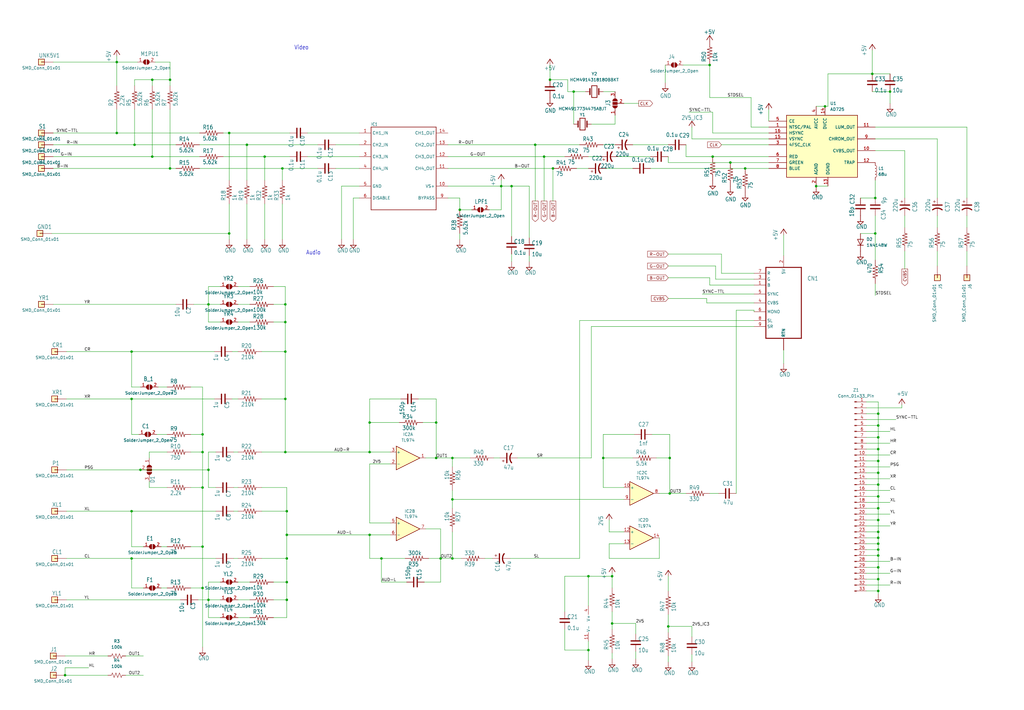
<source format=kicad_sch>
(kicad_sch (version 20231120) (generator "eeschema") (generator_version "8.0")
  (paper "User" 439.826 305.206)
  (lib_symbols
    (symbol "3bpV2A_RevC-eagle-import:+5V" (power)
      (property "Value" "+5V" (at -2.54 -5.08 90))
      (symbol "+5V_1_0"
        (pin power_in line (at 0 -2.54 90) (length 2.54) (name "+5V") (number "1"))
      )
    )
    (symbol "3bpV2A_RevC-eagle-import:GND" (power)
      (property "Value" "GND" (at -1.905 -3.175 0))
      (symbol "GND_1_0"
        (pin power_in line (at 0 2.54 270) (length 2.54) (name "GND") (number "1"))
      )
    )
    (symbol "3bpV2A_RevC-eagle-import:R-US_R0603"
      (property "Reference" "R" (at -3.81 1.4986 0))
      (property "Value" "R-US_R0603" (at -3.81 -3.302 0))
      (symbol "R-US_R0603_1_0"
        (pin passive line (at -5.08 0 0) (length 2.54) (name "1") (number "1"))
        (pin passive line (at 5.08 0 180) (length 2.54) (name "2") (number "2"))
      )
    )
    (symbol "Amplifier_Operational:LM324" (pin_names (offset 0.127))
      (property "Reference" "U" (at 0 5.08 0))
      (property "Value" "LM324" (at 0 -5.08 0))
      (symbol "LM324_1_1"
        (pin output line (at 7.62 0 180) (length 2.54) (name "~") (number "1"))
        (pin input line (at -7.62 -2.54 0) (length 2.54) (name "-") (number "2"))
        (pin input line (at -7.62 2.54 0) (length 2.54) (name "+") (number "3"))
      )
      (symbol "LM324_2_1"
        (pin input line (at -7.62 2.54 0) (length 2.54) (name "+") (number "5"))
        (pin input line (at -7.62 -2.54 0) (length 2.54) (name "-") (number "6"))
        (pin output line (at 7.62 0 180) (length 2.54) (name "~") (number "7"))
      )
      (symbol "LM324_3_1"
        (pin input line (at -7.62 2.54 0) (length 2.54) (name "+") (number "10"))
        (pin output line (at 7.62 0 180) (length 2.54) (name "~") (number "8"))
        (pin input line (at -7.62 -2.54 0) (length 2.54) (name "-") (number "9"))
      )
      (symbol "LM324_4_1"
        (pin input line (at -7.62 2.54 0) (length 2.54) (name "+") (number "12"))
        (pin input line (at -7.62 -2.54 0) (length 2.54) (name "-") (number "13"))
        (pin output line (at 7.62 0 180) (length 2.54) (name "~") (number "14"))
      )
      (symbol "LM324_5_1"
        (pin power_in line (at -2.54 -7.62 90) (length 3.81) (name "V-") (number "11"))
        (pin power_in line (at -2.54 7.62 270) (length 3.81) (name "V+") (number "4"))
      )
    )
    (symbol "Connector:Conn_01x33_Pin" (pin_names (offset 1.016) hide)
      (property "Reference" "J" (at 0 43.18 0))
      (property "Value" "Conn_01x33_Pin" (at 0 -43.18 0))
      (symbol "Conn_01x33_Pin_1_1"
        (pin passive line (at 5.08 40.64 180) (length 3.81) (name "Pin_1") (number "1"))
        (pin passive line (at 5.08 17.78 180) (length 3.81) (name "Pin_10") (number "10"))
        (pin passive line (at 5.08 15.24 180) (length 3.81) (name "Pin_11") (number "11"))
        (pin passive line (at 5.08 12.7 180) (length 3.81) (name "Pin_12") (number "12"))
        (pin passive line (at 5.08 10.16 180) (length 3.81) (name "Pin_13") (number "13"))
        (pin passive line (at 5.08 7.62 180) (length 3.81) (name "Pin_14") (number "14"))
        (pin passive line (at 5.08 5.08 180) (length 3.81) (name "Pin_15") (number "15"))
        (pin passive line (at 5.08 2.54 180) (length 3.81) (name "Pin_16") (number "16"))
        (pin passive line (at 5.08 0 180) (length 3.81) (name "Pin_17") (number "17"))
        (pin passive line (at 5.08 -2.54 180) (length 3.81) (name "Pin_18") (number "18"))
        (pin passive line (at 5.08 -5.08 180) (length 3.81) (name "Pin_19") (number "19"))
        (pin passive line (at 5.08 38.1 180) (length 3.81) (name "Pin_2") (number "2"))
        (pin passive line (at 5.08 -7.62 180) (length 3.81) (name "Pin_20") (number "20"))
        (pin passive line (at 5.08 -10.16 180) (length 3.81) (name "Pin_21") (number "21"))
        (pin passive line (at 5.08 -12.7 180) (length 3.81) (name "Pin_22") (number "22"))
        (pin passive line (at 5.08 -15.24 180) (length 3.81) (name "Pin_23") (number "23"))
        (pin passive line (at 5.08 -17.78 180) (length 3.81) (name "Pin_24") (number "24"))
        (pin passive line (at 5.08 -20.32 180) (length 3.81) (name "Pin_25") (number "25"))
        (pin passive line (at 5.08 -22.86 180) (length 3.81) (name "Pin_26") (number "26"))
        (pin passive line (at 5.08 -25.4 180) (length 3.81) (name "Pin_27") (number "27"))
        (pin passive line (at 5.08 -27.94 180) (length 3.81) (name "Pin_28") (number "28"))
        (pin passive line (at 5.08 -30.48 180) (length 3.81) (name "Pin_29") (number "29"))
        (pin passive line (at 5.08 35.56 180) (length 3.81) (name "Pin_3") (number "3"))
        (pin passive line (at 5.08 -33.02 180) (length 3.81) (name "Pin_30") (number "30"))
        (pin passive line (at 5.08 -35.56 180) (length 3.81) (name "Pin_31") (number "31"))
        (pin passive line (at 5.08 -38.1 180) (length 3.81) (name "Pin_32") (number "32"))
        (pin passive line (at 5.08 -40.64 180) (length 3.81) (name "Pin_33") (number "33"))
        (pin passive line (at 5.08 33.02 180) (length 3.81) (name "Pin_4") (number "4"))
        (pin passive line (at 5.08 30.48 180) (length 3.81) (name "Pin_5") (number "5"))
        (pin passive line (at 5.08 27.94 180) (length 3.81) (name "Pin_6") (number "6"))
        (pin passive line (at 5.08 25.4 180) (length 3.81) (name "Pin_7") (number "7"))
        (pin passive line (at 5.08 22.86 180) (length 3.81) (name "Pin_8") (number "8"))
        (pin passive line (at 5.08 20.32 180) (length 3.81) (name "Pin_9") (number "9"))
      )
    )
    (symbol "Device:C" (pin_numbers hide) (pin_names (offset 0.254))
      (property "Reference" "C" (at 0.635 2.54 0))
      (property "Value" "C" (at 0.635 -2.54 0))
      (symbol "C_1_1"
        (pin passive line (at 0 3.81 270) (length 2.794) (name "~") (number "1"))
        (pin passive line (at 0 -3.81 90) (length 2.794) (name "~") (number "2"))
      )
    )
    (symbol "Device:C_Polarized_US" (pin_numbers hide) (pin_names (offset 0.254) hide)
      (property "Reference" "C" (at 0.635 2.54 0))
      (property "Value" "C_Polarized_US" (at 0.635 -2.54 0))
      (symbol "C_Polarized_US_1_1"
        (pin passive line (at 0 3.81 270) (length 2.794) (name "~") (number "1"))
        (pin passive line (at 0 -3.81 90) (length 3.302) (name "~") (number "2"))
      )
    )
    (symbol "Device:Crystal" (pin_numbers hide) (pin_names (offset 1.016) hide)
      (property "Reference" "Y" (at 0 3.81 0))
      (property "Value" "Crystal" (at 0 -3.81 0))
      (symbol "Crystal_1_1"
        (pin passive line (at -3.81 0 0) (length 1.27) (name "1") (number "1"))
        (pin passive line (at 3.81 0 180) (length 1.27) (name "2") (number "2"))
      )
    )
    (symbol "Device:L" (pin_numbers hide) (pin_names (offset 1.016) hide)
      (property "Reference" "L" (at -1.27 0 90))
      (property "Value" "L" (at 1.905 0 90))
      (symbol "L_1_1"
        (pin passive line (at 0 3.81 270) (length 1.27) (name "1") (number "1"))
        (pin passive line (at 0 -3.81 90) (length 1.27) (name "2") (number "2"))
      )
    )
    (symbol "Device:R_US" (pin_numbers hide) (pin_names (offset 0))
      (property "Reference" "R" (at 2.54 0 90))
      (property "Value" "R_US" (at -2.54 0 90))
      (symbol "R_US_1_1"
        (pin passive line (at 0 3.81 270) (length 1.27) (name "~") (number "1"))
        (pin passive line (at 0 -3.81 90) (length 1.27) (name "~") (number "2"))
      )
    )
    (symbol "Diode:1N4148W" (pin_numbers hide) (pin_names hide)
      (property "Reference" "D" (at 0 2.54 0))
      (property "Value" "1N4148W" (at 0 -2.54 0))
      (symbol "1N4148W_1_1"
        (pin passive line (at -3.81 0 0) (length 2.54) (name "K") (number "1"))
        (pin passive line (at 3.81 0 180) (length 2.54) (name "A") (number "2"))
      )
    )
    (symbol "Jumper:SolderJumper_2_Open" (pin_names (offset 0) hide)
      (property "Reference" "JP" (at 0 2.032 0))
      (property "Value" "SolderJumper_2_Open" (at 0 -2.54 0))
      (symbol "SolderJumper_2_Open_1_1"
        (pin passive line (at -3.81 0 0) (length 2.54) (name "A") (number "1"))
        (pin passive line (at 3.81 0 180) (length 2.54) (name "B") (number "2"))
      )
    )
    (symbol "Jumper:SolderJumper_3_Open" (pin_names (offset 0) hide)
      (property "Reference" "JP" (at -2.54 -2.54 0))
      (property "Value" "SolderJumper_3_Open" (at 0 2.794 0))
      (symbol "SolderJumper_3_Open_1_1"
        (pin passive line (at -5.08 0 0) (length 2.54) (name "A") (number "1"))
        (pin passive line (at 0 -3.81 90) (length 2.54) (name "C") (number "2"))
        (pin passive line (at 5.08 0 180) (length 2.54) (name "B") (number "3"))
      )
    )
    (symbol "My_Library:MD-90SM_MD2"
      (property "Reference" "J" (at 2.54 17.145 0))
      (symbol "MD-90SM_MD2_1_0"
        (pin bidirectional line (at -12.7 8.89 0) (length 5.08) (name "B") (number "1"))
        (pin bidirectional line (at 0 21.59 270) (length 5.08) (name "5V") (number "2"))
        (pin bidirectional line (at -12.7 11.43 0) (length 5.08) (name "G") (number "3"))
        (pin bidirectional line (at -12.7 1.27 0) (length 5.08) (name "CVBS") (number "4"))
        (pin bidirectional line (at -12.7 5.08 0) (length 5.08) (name "SYNC") (number "5"))
        (pin bidirectional line (at -12.7 -2.54 0) (length 5.08) (name "MONO") (number "6"))
        (pin bidirectional line (at -12.7 13.97 0) (length 5.08) (name "R") (number "7"))
        (pin bidirectional line (at -12.7 -6.35 0) (length 5.08) (name "SL") (number "8"))
        (pin bidirectional line (at -12.7 -8.89 0) (length 5.08) (name "SR") (number "9"))
        (pin bidirectional line (at 0 -19.05 90) (length 5.08) (name "RTN") (number "S1"))
        (pin bidirectional line (at 0 -19.05 90) (length 5.08) (name "RTN") (number "S2"))
        (pin bidirectional line (at 0 -19.05 90) (length 5.08) (name "RTN") (number "S3"))
      )
    )
    (symbol "My_Library:SMD_Conn_01x01" (pin_numbers hide) (pin_names (offset 1.016) hide) (in_bom no)
      (property "Reference" "J" (at 0 2.54 0))
      (property "Value" "SMD_Conn_01x01" (at 0 -2.54 0))
      (symbol "SMD_Conn_01x01_1_1"
        (pin passive line (at 5.08 0 180) (length 3.81) (name "Pin_1") (number "1"))
      )
    )
    (symbol "My_Library:THS7374"
      (property "Reference" "IC" (at -10.16 10.668 0))
      (symbol "THS7374_1_0"
        (pin bidirectional line (at -15.24 7.62 0) (length 5.08) (name "CH1_IN") (number "1"))
        (pin bidirectional line (at 22.86 -15.24 180) (length 5.08) (name "VS+") (number "10"))
        (pin bidirectional line (at 22.86 -7.62 180) (length 5.08) (name "CH4_OUT") (number "11"))
        (pin bidirectional line (at 22.86 -2.54 180) (length 5.08) (name "CH3_OUT") (number "12"))
        (pin bidirectional line (at 22.86 2.54 180) (length 5.08) (name "CH2_OUT") (number "13"))
        (pin bidirectional line (at 22.86 7.62 180) (length 5.08) (name "CH1_OUT") (number "14"))
        (pin bidirectional line (at -15.24 2.54 0) (length 5.08) (name "CH2_IN") (number "2"))
        (pin bidirectional line (at -15.24 -2.54 0) (length 5.08) (name "CH3_IN") (number "3"))
        (pin bidirectional line (at -15.24 -7.62 0) (length 5.08) (name "CH4_IN") (number "4"))
        (pin bidirectional line (at -15.24 -15.24 0) (length 5.08) (name "GND") (number "5"))
        (pin bidirectional line (at -15.24 -20.32 0) (length 5.08) (name "DISABLE") (number "6"))
        (pin bidirectional line (at 22.86 -20.32 180) (length 5.08) (name "BYPASS") (number "9"))
      )
    )
    (symbol "Video:AD725" (pin_names (offset 1.016))
      (property "Reference" "U" (at -13.97 13.97 0))
      (property "Value" "AD725" (at 12.7 13.97 0))
      (symbol "AD725_1_1"
        (pin input line (at -22.86 7.62 0) (length 7.62) (name "NTSC/PAL") (number "1"))
        (pin output line (at 22.86 -2.54 180) (length 7.62) (name "CVBS_OUT") (number "10"))
        (pin output line (at 22.86 7.62 180) (length 7.62) (name "LUM_OUT") (number "11"))
        (pin input line (at 22.86 -7.62 180) (length 7.62) (name "TRAP") (number "12"))
        (pin power_in line (at 2.54 -17.78 90) (length 3.81) (name "DGND") (number "13"))
        (pin power_in line (at 1.27 16.51 270) (length 3.81) (name "DVCC") (number "14"))
        (pin input line (at -22.86 2.54 0) (length 7.62) (name "VSYNC") (number "15"))
        (pin input line (at -22.86 5.08 0) (length 7.62) (name "HSYNC") (number "16"))
        (pin power_in line (at -2.54 -17.78 90) (length 3.81) (name "AGND") (number "2"))
        (pin input line (at -22.86 0 0) (length 7.62) (name "4FSC_CLK") (number "3"))
        (pin power_in line (at -2.54 16.51 270) (length 3.81) (name "AVCC") (number "4"))
        (pin power_in line (at -22.86 10.16 0) (length 7.62) (name "CE") (number "5"))
        (pin input line (at -22.86 -5.08 0) (length 7.62) (name "RED") (number "6"))
        (pin input line (at -22.86 -7.62 0) (length 7.62) (name "GREEN") (number "7"))
        (pin input line (at -22.86 -10.16 0) (length 7.62) (name "BLUE") (number "8"))
        (pin output line (at 22.86 2.54 180) (length 7.62) (name "CHROM_OUT") (number "9"))
      )
    )
  )
  (junction (at 158.75 229.87))
  (junction (at 377.19 203.2))
  (junction (at 377.19 193.04))
  (junction (at 229.87 62.23))
  (junction (at 287.02 269.24))
  (junction (at 56.515 171.45))
  (junction (at 60.325 201.93))
  (junction (at 377.19 238.76))
  (junction (at 57.785 62.23))
  (junction (at 158.75 181.61))
  (junction (at 377.19 233.68))
  (junction (at 377.19 218.44))
  (junction (at 123.19 250.19))
  (junction (at 262.89 267.97))
  (junction (at 187.325 196.85))
  (junction (at 377.19 177.8))
  (junction (at 377.19 254))
  (junction (at 163.83 240.03))
  (junction (at 252.73 279.4))
  (junction (at 89.535 130.81))
  (junction (at 187.325 181.61))
  (junction (at 194.31 196.85))
  (junction (at 89.535 201.93))
  (junction (at 197.485 90.17))
  (junction (at 123.19 240.03))
  (junction (at 65.405 34.29))
  (junction (at 98.425 57.15))
  (junction (at 236.22 34.29))
  (junction (at 122.555 151.13))
  (junction (at 375.92 100.33))
  (junction (at 304.8 27.94))
  (junction (at 287.655 196.85))
  (junction (at 123.19 229.87))
  (junction (at 374.65 31.75))
  (junction (at 377.19 231.14))
  (junction (at 86.995 194.31))
  (junction (at 306.07 67.31))
  (junction (at 262.89 247.65))
  (junction (at 313.69 69.85))
  (junction (at 377.19 208.28))
  (junction (at 246.38 39.37))
  (junction (at 320.04 72.39))
  (junction (at 350.52 80.01))
  (junction (at 86.995 234.95))
  (junction (at 215.265 80.01))
  (junction (at 56.515 151.13))
  (junction (at 56.515 219.71))
  (junction (at 86.995 209.55))
  (junction (at 86.995 186.69))
  (junction (at 73.025 72.39))
  (junction (at 233.68 67.31))
  (junction (at 56.515 240.03))
  (junction (at 189.23 240.03))
  (junction (at 377.19 228.6))
  (junction (at 377.19 213.36))
  (junction (at 50.165 26.67))
  (junction (at 377.19 243.84))
  (junction (at 375.92 85.09))
  (junction (at 259.08 196.85))
  (junction (at 123.19 219.71))
  (junction (at 122.555 194.31))
  (junction (at 122.555 171.45))
  (junction (at 158.75 194.31))
  (junction (at 377.19 223.52))
  (junction (at 121.285 72.39))
  (junction (at 65.405 67.31))
  (junction (at 377.19 187.96))
  (junction (at 287.655 212.09))
  (junction (at 382.27 39.37))
  (junction (at 123.19 257.81))
  (junction (at 377.19 236.22))
  (junction (at 86.995 252.73))
  (junction (at 113.665 67.31))
  (junction (at 106.045 62.23))
  (junction (at 194.31 214.63))
  (junction (at 27.94 290.195))
  (junction (at 252.73 247.65))
  (junction (at 122.555 130.81))
  (junction (at 377.19 198.12))
  (junction (at 237.49 72.39))
  (junction (at 354.33 45.72))
  (junction (at 219.71 80.01))
  (junction (at 194.31 240.03))
  (junction (at 98.425 100.33))
  (junction (at 50.165 57.15))
  (junction (at 89.535 257.81))
  (junction (at 377.19 182.88))
  (junction (at 73.025 34.29))
  (junction (at 377.19 248.92))
  (junction (at 122.555 138.43))
  (wire (pts (xy 372.11 210.82) (xy 382.27 210.82)))
  (wire (pts (xy 194.31 196.85) (xy 201.93 196.85)))
  (wire (pts (xy 350.52 80.01) (xy 355.6 80.01)))
  (wire (pts (xy 375.92 77.47) (xy 375.92 85.09)))
  (wire (pts (xy 271.78 62.23) (xy 287.02 62.23)))
  (wire (pts (xy 123.19 257.81) (xy 123.19 265.43)))
  (wire (pts (xy 94.615 138.43) (xy 89.535 138.43)))
  (wire (pts (xy 28.575 201.93) (xy 60.325 201.93)))
  (wire (pts (xy 273.05 267.97) (xy 262.89 267.97)))
  (wire (pts (xy 287.655 186.69) (xy 287.655 196.85)))
  (wire (pts (xy 194.31 228.6) (xy 194.31 240.03)))
  (wire (pts (xy 112.395 171.45) (xy 122.555 171.45)))
  (wire (pts (xy 60.325 201.93) (xy 89.535 201.93)))
  (wire (pts (xy 237.49 72.39) (xy 237.49 86.36)))
  (wire (pts (xy 261.62 240.03) (xy 283.21 240.03)))
  (wire (pts (xy 102.235 130.81) (xy 107.315 130.81)))
  (wire (pts (xy 136.525 72.39) (xy 121.285 72.39)))
  (wire (pts (xy 60.325 166.37) (xy 56.515 166.37)))
  (wire (pts (xy 374.65 31.75) (xy 382.27 31.75)))
  (wire (pts (xy 112.395 240.03) (xy 123.19 240.03)))
  (wire (pts (xy 132.08 57.15) (xy 154.305 57.15)))
  (wire (pts (xy 22.86 130.81) (xy 75.565 130.81)))
  (wire (pts (xy 122.555 171.45) (xy 122.555 151.13)))
  (wire (pts (xy 121.285 77.47) (xy 121.285 72.39)))
  (wire (pts (xy 294.64 67.31) (xy 306.07 67.31)))
  (wire (pts (xy 113.665 67.31) (xy 124.46 67.31)))
  (wire (pts (xy 50.165 26.67) (xy 50.165 24.13)))
  (wire (pts (xy 92.71 240.03) (xy 56.515 240.03)))
  (wire (pts (xy 28.575 171.45) (xy 56.515 171.45)))
  (wire (pts (xy 106.045 102.87) (xy 106.045 87.63)))
  (wire (pts (xy 372.11 241.3) (xy 382.27 241.3)))
  (wire (pts (xy 158.75 199.39) (xy 167.64 199.39)))
  (wire (pts (xy 303.53 128.27) (xy 303.53 130.175)))
  (wire (pts (xy 65.405 36.83) (xy 65.405 34.29)))
  (wire (pts (xy 144.145 72.39) (xy 154.305 72.39)))
  (wire (pts (xy 102.235 151.13) (xy 99.695 151.13)))
  (wire (pts (xy 192.405 72.39) (xy 237.49 72.39)))
  (wire (pts (xy 272.415 186.69) (xy 259.08 186.69)))
  (wire (pts (xy 22.86 57.15) (xy 50.165 57.15)))
  (wire (pts (xy 415.29 92.71) (xy 415.29 97.79)))
  (wire (pts (xy 187.325 196.85) (xy 187.325 181.61)))
  (wire (pts (xy 322.58 41.91) (xy 322.58 54.61)))
  (wire (pts (xy 189.23 240.03) (xy 184.15 240.03)))
  (wire (pts (xy 252.73 72.39) (xy 247.65 72.39)))
  (wire (pts (xy 372.11 193.04) (xy 377.19 193.04)))
  (wire (pts (xy 50.165 26.67) (xy 50.165 36.83)))
  (wire (pts (xy 85.725 62.23) (xy 106.045 62.23)))
  (wire (pts (xy 122.555 194.31) (xy 158.75 194.31)))
  (wire (pts (xy 279.4 72.39) (xy 320.04 72.39)))
  (wire (pts (xy 194.31 240.03) (xy 198.12 240.03)))
  (wire (pts (xy 261.62 233.68) (xy 261.62 240.03)))
  (wire (pts (xy 307.34 114.3) (xy 307.34 120.015)))
  (wire (pts (xy 122.555 194.31) (xy 122.555 171.45)))
  (wire (pts (xy 262.89 283.21) (xy 262.89 280.67)))
  (wire (pts (xy 372.11 208.28) (xy 377.19 208.28)))
  (wire (pts (xy 267.97 233.68) (xy 261.62 233.68)))
  (wire (pts (xy 187.325 196.85) (xy 194.31 196.85)))
  (wire (pts (xy 336.55 100.965) (xy 336.55 109.855)))
  (wire (pts (xy 287.655 212.09) (xy 294.64 212.09)))
  (wire (pts (xy 64.135 207.01) (xy 64.135 209.55)))
  (wire (pts (xy 377.19 228.6) (xy 377.19 223.52)))
  (wire (pts (xy 382.27 39.37) (xy 374.65 39.37)))
  (wire (pts (xy 304.8 119.38) (xy 287.02 119.38)))
  (wire (pts (xy 71.755 209.55) (xy 64.135 209.55)))
  (wire (pts (xy 158.75 224.79) (xy 158.75 199.39)))
  (wire (pts (xy 259.08 196.85) (xy 259.08 209.55)))
  (wire (pts (xy 117.475 250.19) (xy 123.19 250.19)))
  (wire (pts (xy 182.88 196.85) (xy 187.325 196.85)))
  (wire (pts (xy 252.73 247.65) (xy 252.73 260.35)))
  (wire (pts (xy 174.625 250.19) (xy 163.83 250.19)))
  (wire (pts (xy 192.405 85.09) (xy 197.485 85.09)))
  (wire (pts (xy 95.885 57.15) (xy 98.425 57.15)))
  (wire (pts (xy 98.425 87.63) (xy 98.425 100.33)))
  (wire (pts (xy 283.21 240.03) (xy 283.21 231.14)))
  (wire (pts (xy 369.57 100.33) (xy 375.92 100.33)))
  (wire (pts (xy 402.59 92.71) (xy 402.59 97.79)))
  (wire (pts (xy 92.075 151.13) (xy 56.515 151.13)))
  (wire (pts (xy 355.6 31.75) (xy 355.6 45.72)))
  (wire (pts (xy 377.19 187.96) (xy 377.19 182.88)))
  (wire (pts (xy 330.2 62.23) (xy 309.88 62.23)))
  (wire (pts (xy 382.27 44.45) (xy 382.27 39.37)))
  (wire (pts (xy 73.025 26.67) (xy 73.025 34.29)))
  (wire (pts (xy 313.69 69.85) (xy 330.2 69.85)))
  (wire (pts (xy 297.18 269.24) (xy 287.02 269.24)))
  (wire (pts (xy 307.34 114.3) (xy 287.02 114.3)))
  (wire (pts (xy 372.11 243.84) (xy 377.19 243.84)))
  (wire (pts (xy 297.18 54.61) (xy 297.18 59.69)))
  (wire (pts (xy 388.62 92.71) (xy 388.62 97.79)))
  (wire (pts (xy 89.535 194.31) (xy 92.71 194.31)))
  (wire (pts (xy 323.85 133.35) (xy 323.85 133.985)))
  (wire (pts (xy 27.94 287.02) (xy 38.1 287.02)))
  (wire (pts (xy 304.8 119.38) (xy 304.8 122.555)))
  (wire (pts (xy 59.69 186.69) (xy 56.515 186.69)))
  (wire (pts (xy 287.02 69.85) (xy 313.69 69.85)))
  (wire (pts (xy 372.11 226.06) (xy 382.27 226.06)))
  (wire (pts (xy 50.165 26.67) (xy 59.055 26.67)))
  (wire (pts (xy 151.765 85.09) (xy 151.765 102.87)))
  (wire (pts (xy 158.75 181.61) (xy 158.75 194.31)))
  (wire (pts (xy 22.86 26.67) (xy 50.165 26.67)))
  (wire (pts (xy 121.285 102.87) (xy 121.285 87.63)))
  (wire (pts (xy 372.11 200.66) (xy 382.27 200.66)))
  (wire (pts (xy 215.265 80.01) (xy 215.265 77.47)))
  (wire (pts (xy 273.05 283.21) (xy 273.05 280.035)))
  (wire (pts (xy 377.19 208.28) (xy 377.19 203.2)))
  (wire (pts (xy 309.88 109.22) (xy 287.02 109.22)))
  (wire (pts (xy 369.57 85.09) (xy 375.92 85.09)))
  (wire (pts (xy 192.405 80.01) (xy 215.265 80.01)))
  (wire (pts (xy 294.64 62.23) (xy 294.64 67.31)))
  (wire (pts (xy 254 53.34) (xy 264.16 53.34)))
  (wire (pts (xy 86.995 234.95) (xy 81.915 234.95)))
  (wire (pts (xy 372.11 175.26) (xy 387.35 175.26)))
  (wire (pts (xy 252.73 275.59) (xy 252.73 279.4)))
  (wire (pts (xy 254 140.335) (xy 254 196.85)))
  (wire (pts (xy 86.995 252.73) (xy 81.915 252.73)))
  (wire (pts (xy 167.64 224.79) (xy 158.75 224.79)))
  (wire (pts (xy 304.8 27.94) (xy 304.8 41.91)))
  (wire (pts (xy 377.19 243.84) (xy 377.19 238.76)))
  (wire (pts (xy 102.235 250.19) (xy 107.315 250.19)))
  (wire (pts (xy 182.245 250.19) (xy 189.23 250.19)))
  (wire (pts (xy 375.92 54.61) (xy 415.29 54.61)))
  (wire (pts (xy 163.83 240.03) (xy 173.99 240.03)))
  (wire (pts (xy 377.19 203.2) (xy 377.19 198.12)))
  (wire (pts (xy 372.11 220.98) (xy 382.27 220.98)))
  (wire (pts (xy 102.235 123.19) (xy 107.315 123.19)))
  (wire (pts (xy 89.535 130.81) (xy 94.615 130.81)))
  (wire (pts (xy 375.92 59.69) (xy 402.59 59.69)))
  (wire (pts (xy 71.755 252.73) (xy 69.215 252.73)))
  (wire (pts (xy 372.11 233.68) (xy 377.19 233.68)))
  (wire (pts (xy 372.11 205.74) (xy 382.27 205.74)))
  (wire (pts (xy 377.19 236.22) (xy 377.19 233.68)))
  (wire (pts (xy 233.68 67.31) (xy 242.57 67.31)))
  (wire (pts (xy 112.395 194.31) (xy 122.555 194.31)))
  (wire (pts (xy 98.425 57.15) (xy 124.46 57.15)))
  (wire (pts (xy 144.145 62.23) (xy 154.305 62.23)))
  (wire (pts (xy 323.85 140.335) (xy 254 140.335)))
  (wire (pts (xy 372.11 213.36) (xy 377.19 213.36)))
  (wire (pts (xy 81.915 209.55) (xy 86.995 209.55)))
  (wire (pts (xy 287.02 67.31) (xy 287.02 69.85)))
  (wire (pts (xy 377.19 233.68) (xy 377.19 231.14)))
  (wire (pts (xy 194.31 210.82) (xy 194.31 214.63)))
  (wire (pts (xy 229.87 62.23) (xy 248.92 62.23)))
  (wire (pts (xy 248.92 137.795) (xy 248.92 240.03)))
  (wire (pts (xy 94.615 250.19) (xy 89.535 250.19)))
  (wire (pts (xy 372.11 248.92) (xy 377.19 248.92)))
  (wire (pts (xy 415.29 107.95) (xy 415.29 114.3)))
  (wire (pts (xy 86.995 209.55) (xy 86.995 194.31)))
  (wire (pts (xy 112.395 209.55) (xy 123.19 209.55)))
  (wire (pts (xy 89.535 257.81) (xy 89.535 265.43)))
  (wire (pts (xy 28.575 151.13) (xy 56.515 151.13)))
  (wire (pts (xy 163.83 240.03) (xy 158.75 240.03)))
  (wire (pts (xy 73.025 34.29) (xy 73.025 36.83)))
  (wire (pts (xy 158.75 171.45) (xy 158.75 181.61)))
  (wire (pts (xy 86.995 186.69) (xy 81.915 186.69)))
  (wire (pts (xy 102.235 138.43) (xy 107.315 138.43)))
  (wire (pts (xy 267.97 228.6) (xy 261.62 228.6)))
  (wire (pts (xy 187.325 171.45) (xy 187.325 181.61)))
  (wire (pts (xy 179.705 171.45) (xy 187.325 171.45)))
  (wire (pts (xy 123.19 250.19) (xy 123.19 257.81)))
  (wire (pts (xy 98.425 100.33) (xy 98.425 102.87)))
  (wire (pts (xy 297.18 59.69) (xy 330.2 59.69)))
  (wire (pts (xy 242.57 270.51) (xy 242.57 279.4)))
  (wire (pts (xy 94.615 123.19) (xy 89.535 123.19)))
  (wire (pts (xy 372.11 190.5) (xy 382.27 190.5)))
  (wire (pts (xy 372.11 223.52) (xy 377.19 223.52)))
  (wire (pts (xy 61.595 252.73) (xy 56.515 252.73)))
  (wire (pts (xy 92.71 219.71) (xy 56.515 219.71)))
  (wire (pts (xy 304.8 41.91) (xy 322.58 41.91)))
  (wire (pts (xy 246.38 39.37) (xy 243.84 39.37)))
  (wire (pts (xy 306.07 67.31) (xy 330.2 67.31)))
  (wire (pts (xy 112.395 219.71) (xy 123.19 219.71)))
  (wire (pts (xy 86.995 166.37) (xy 81.915 166.37)))
  (wire (pts (xy 262.89 247.65) (xy 262.89 252.73)))
  (wire (pts (xy 92.075 171.45) (xy 56.515 171.45)))
  (wire (pts (xy 95.885 67.31) (xy 113.665 67.31)))
  (wire (pts (xy 242.57 262.89) (xy 242.57 247.65)))
  (wire (pts (xy 163.83 250.19) (xy 163.83 240.03)))
  (wire (pts (xy 182.88 227.33) (xy 189.23 227.33)))
  (wire (pts (xy 374.65 31.75) (xy 374.65 21.59)))
  (wire (pts (xy 107.315 265.43) (xy 102.235 265.43)))
  (wire (pts (xy 377.19 255.27) (xy 377.19 254)))
  (wire (pts (xy 86.995 194.31) (xy 86.995 186.69)))
  (wire (pts (xy 57.785 34.29) (xy 65.405 34.29)))
  (wire (pts (xy 86.995 252.73) (xy 86.995 278.13)))
  (wire (pts (xy 86.995 234.95) (xy 86.995 252.73)))
  (wire (pts (xy 242.57 279.4) (xy 252.73 279.4)))
  (wire (pts (xy 264.16 53.34) (xy 264.16 49.53)))
  (wire (pts (xy 123.19 240.03) (xy 123.19 250.19)))
  (wire (pts (xy 122.555 138.43) (xy 122.555 151.13)))
  (wire (pts (xy 251.46 39.37) (xy 246.38 39.37)))
  (wire (pts (xy 83.185 130.81) (xy 89.535 130.81)))
  (wire (pts (xy 57.785 62.23) (xy 57.785 46.99)))
  (wire (pts (xy 259.08 39.37) (xy 264.16 39.37)))
  (wire (pts (xy 197.485 102.87) (xy 197.485 100.33)))
  (wire (pts (xy 372.11 182.88) (xy 377.19 182.88)))
  (wire (pts (xy 309.88 117.475) (xy 323.85 117.475)))
  (wire (pts (xy 387.35 175.26) (xy 387.35 173.99)))
  (wire (pts (xy 189.23 250.19) (xy 189.23 240.03)))
  (wire (pts (xy 372.11 185.42) (xy 382.27 185.42)))
  (wire (pts (xy 123.19 229.87) (xy 123.19 219.71)))
  (wire (pts (xy 61.595 234.95) (xy 56.515 234.95)))
  (wire (pts (xy 158.75 229.87) (xy 167.64 229.87)))
  (wire (pts (xy 377.19 177.8) (xy 377.19 172.72)))
  (wire (pts (xy 377.19 223.52) (xy 377.19 218.44)))
  (wire (pts (xy 307.34 120.015) (xy 323.85 120.015)))
  (wire (pts (xy 50.165 57.15) (xy 85.725 57.15)))
  (wire (pts (xy 262.89 270.51) (xy 262.89 267.97)))
  (wire (pts (xy 102.235 240.03) (xy 100.33 240.03)))
  (wire (pts (xy 57.785 36.83) (xy 57.785 34.29)))
  (wire (pts (xy 117.475 138.43) (xy 122.555 138.43)))
  (wire (pts (xy 287.02 247.65) (xy 287.02 254)))
  (wire (pts (xy 283.21 212.09) (xy 287.655 212.09)))
  (wire (pts (xy 50.165 46.99) (xy 50.165 57.15)))
  (wire (pts (xy 65.405 67.31) (xy 85.725 67.31)))
  (wire (pts (xy 56.515 186.69) (xy 56.515 171.45)))
  (wire (pts (xy 402.59 107.95) (xy 402.59 114.3)))
  (wire (pts (xy 372.11 246.38) (xy 382.27 246.38)))
  (wire (pts (xy 158.75 181.61) (xy 171.45 181.61)))
  (wire (pts (xy 287.02 284.48) (xy 287.02 281.94)))
  (wire (pts (xy 388.62 107.95) (xy 388.62 115.57)))
  (wire (pts (xy 265.43 67.31) (xy 279.4 67.31)))
  (wire (pts (xy 303.53 130.175) (xy 323.85 130.175)))
  (wire (pts (xy 304.8 212.09) (xy 308.61 212.09)))
  (wire (pts (xy 27.94 290.195) (xy 46.355 290.195)))
  (wire (pts (xy 146.685 80.01) (xy 146.685 102.87)))
  (wire (pts (xy 102.235 219.71) (xy 100.33 219.71)))
  (wire (pts (xy 323.85 137.795) (xy 248.92 137.795)))
  (wire (pts (xy 222.25 196.85) (xy 254 196.85)))
  (wire (pts (xy 123.19 229.87) (xy 158.75 229.87)))
  (wire (pts (xy 154.305 80.01) (xy 146.685 80.01)))
  (wire (pts (xy 375.92 100.33) (xy 375.92 92.71)))
  (wire (pts (xy 122.555 130.81) (xy 122.555 138.43)))
  (wire (pts (xy 123.19 240.03) (xy 123.19 229.87)))
  (wire (pts (xy 28.575 257.81) (xy 77.47 257.81)))
  (wire (pts (xy 219.71 101.6) (xy 219.71 80.01)))
  (wire (pts (xy 252.73 279.4) (xy 252.73 283.845)))
  (wire (pts (xy 287.655 196.85) (xy 281.94 196.85)))
  (wire (pts (xy 285.75 27.94) (xy 285.75 35.56)))
  (wire (pts (xy 377.19 193.04) (xy 377.19 187.96)))
  (wire (pts (xy 86.995 166.37) (xy 86.995 186.69)))
  (wire (pts (xy 71.755 194.31) (xy 64.135 194.31)))
  (wire (pts (xy 75.565 72.39) (xy 73.025 72.39)))
  (wire (pts (xy 262.89 267.97) (xy 262.89 262.89)))
  (wire (pts (xy 102.235 194.31) (xy 100.33 194.31)))
  (wire (pts (xy 259.08 196.85) (xy 271.78 196.85)))
  (wire (pts (xy 210.185 90.17) (xy 215.265 90.17)))
  (wire (pts (xy 64.135 194.31) (xy 64.135 196.85)))
  (wire (pts (xy 22.225 100.33) (xy 98.425 100.33)))
  (wire (pts (xy 375.92 121.92) (xy 375.92 127)))
  (wire (pts (xy 56.515 166.37) (xy 56.515 151.13)))
  (wire (pts (xy 189.23 227.33) (xy 189.23 240.03)))
  (wire (pts (xy 215.265 90.17) (xy 215.265 80.01)))
  (wire (pts (xy 287.02 269.24) (xy 287.02 264.16)))
  (wire (pts (xy 28.575 219.71) (xy 56.515 219.71)))
  (wire (pts (xy 243.84 34.29) (xy 236.22 34.29)))
  (wire (pts (xy 320.04 72.39) (xy 330.2 72.39)))
  (wire (pts (xy 388.62 64.77) (xy 388.62 85.09)))
  (wire (pts (xy 71.755 234.95) (xy 69.215 234.95)))
  (wire (pts (xy 86.995 209.55) (xy 86.995 234.95)))
  (wire (pts (xy 208.28 240.03) (xy 211.455 240.03)))
  (wire (pts (xy 304.8 122.555) (xy 323.85 122.555)))
  (wire (pts (xy 287.02 271.78) (xy 287.02 269.24)))
  (wire (pts (xy 117.475 123.19) (xy 122.555 123.19)))
  (wire (pts (xy 246.38 53.34) (xy 246.38 39.37)))
  (wire (pts (xy 297.18 284.48) (xy 297.18 281.305)))
  (wire (pts (xy 81.915 194.31) (xy 86.995 194.31)))
  (wire (pts (xy 261.62 223.52) (xy 261.62 228.6)))
  (wire (pts (xy 56.515 219.71) (xy 56.515 234.95)))
  (wire (pts (xy 219.71 109.22) (xy 219.71 112.395)))
  (wire (pts (xy 372.11 187.96) (xy 377.19 187.96)))
  (wire (pts (xy 122.555 151.13) (xy 112.395 151.13)))
  (wire (pts (xy 194.31 214.63) (xy 267.97 214.63)))
  (wire (pts (xy 377.19 182.88) (xy 377.19 177.8)))
  (wire (pts (xy 66.675 26.67) (xy 73.025 26.67)))
  (wire (pts (xy 158.75 194.31) (xy 167.64 194.31)))
  (wire (pts (xy 22.86 62.23) (xy 57.785 62.23)))
  (wire (pts (xy 264.16 62.23) (xy 259.08 62.23)))
  (wire (pts (xy 102.235 257.81) (xy 107.315 257.81)))
  (wire (pts (xy 67.945 166.37) (xy 71.755 166.37)))
  (wire (pts (xy 262.89 247.65) (xy 262.89 246.38)))
  (wire (pts (xy 377.19 231.14) (xy 377.19 228.6)))
  (wire (pts (xy 102.235 171.45) (xy 99.695 171.45)))
  (wire (pts (xy 372.11 180.34) (xy 384.81 180.34)))
  (wire (pts (xy 257.81 67.31) (xy 252.73 67.31)))
  (wire (pts (xy 306.07 57.15) (xy 306.07 48.26)))
  (wire (pts (xy 89.535 265.43) (xy 94.615 265.43)))
  (wire (pts (xy 402.59 59.69) (xy 402.59 85.09)))
  (wire (pts (xy 372.11 215.9) (xy 382.27 215.9)))
  (wire (pts (xy 355.6 45.72) (xy 354.33 45.72)))
  (wire (pts (xy 28.575 240.03) (xy 56.515 240.03)))
  (wire (pts (xy 106.045 77.47) (xy 106.045 62.23)))
  (wire (pts (xy 415.29 54.61) (xy 415.29 85.09)))
  (wire (pts (xy 227.33 80.01) (xy 227.33 102.235)))
  (wire (pts (xy 65.405 34.29) (xy 73.025 34.29)))
  (wire (pts (xy 106.045 62.23) (xy 136.525 62.23)))
  (wire (pts (xy 233.68 67.31) (xy 233.68 86.36)))
  (wire (pts (xy 377.19 238.76) (xy 377.19 236.22)))
  (wire (pts (xy 89.535 257.81) (xy 85.09 257.81)))
  (wire (pts (xy 309.88 109.22) (xy 309.88 117.475)))
  (wire (pts (xy 189.23 240.03) (xy 194.31 240.03)))
  (wire (pts (xy 377.19 198.12) (xy 377.19 193.04)))
  (wire (pts (xy 22.86 67.31) (xy 65.405 67.31)))
  (wire (pts (xy 350.52 45.72) (xy 354.33 45.72)))
  (wire (pts (xy 372.11 251.46) (xy 382.27 251.46)))
  (wire (pts (xy 122.555 123.19) (xy 122.555 130.81)))
  (wire (pts (xy 102.235 209.55) (xy 100.33 209.55)))
  (wire (pts (xy 219.075 240.03) (xy 248.92 240.03)))
  (wire (pts (xy 89.535 201.93) (xy 89.535 209.55)))
  (wire (pts (xy 377.19 254) (xy 377.19 248.92)))
  (wire (pts (xy 113.665 102.87) (xy 113.665 87.63)))
  (wire (pts (xy 123.19 219.71) (xy 123.19 209.55)))
  (wire (pts (xy 336.55 150.495) (xy 336.55 156.21)))
  (wire (pts (xy 375.92 100.33) (xy 375.92 111.76)))
  (wire (pts (xy 73.025 46.99) (xy 73.025 72.39)))
  (wire (pts (xy 372.11 218.44) (xy 377.19 218.44)))
  (wire (pts (xy 377.19 172.72) (xy 372.11 172.72)))
  (wire (pts (xy 187.325 181.61) (xy 181.61 181.61)))
  (wire (pts (xy 322.58 54.61) (xy 330.2 54.61)))
  (wire (pts (xy 297.18 273.685) (xy 297.18 269.24)))
  (wire (pts (xy 372.11 198.12) (xy 377.19 198.12)))
  (wire (pts (xy 98.425 77.47) (xy 98.425 57.15)))
  (wire (pts (xy 117.475 265.43) (xy 123.19 265.43)))
  (wire (pts (xy 89.535 209.55) (xy 92.71 209.55)))
  (wire (pts (xy 372.11 195.58) (xy 382.27 195.58)))
  (wire (pts (xy 197.485 85.09) (xy 197.485 90.17)))
  (wire (pts (xy 113.665 77.47) (xy 113.665 67.31)))
  (wire (pts (xy 22.86 72.39) (xy 73.025 72.39)))
  (wire (pts (xy 303.53 128.27) (xy 287.02 128.27)))
  (wire (pts (xy 301.625 126.365) (xy 323.85 126.365)))
  (wire (pts (xy 280.035 186.69) (xy 287.655 186.69)))
  (wire (pts (xy 117.475 257.81) (xy 123.19 257.81)))
  (wire (pts (xy 259.08 186.69) (xy 259.08 196.85)))
  (wire (pts (xy 197.485 90.17) (xy 202.565 90.17)))
  (wire (pts (xy 316.23 133.35) (xy 323.85 133.35)))
  (wire (pts (xy 158.75 229.87) (xy 158.75 240.03)))
  (wire (pts (xy 242.57 247.65) (xy 252.73 247.65)))
  (wire (pts (xy 89.535 250.19) (xy 89.535 257.81)))
  (wire (pts (xy 375.92 64.77) (xy 388.62 64.77)))
  (wire (pts (xy 67.31 186.69) (xy 71.755 186.69)))
  (wire (pts (xy 377.19 218.44) (xy 377.19 213.36)))
  (wire (pts (xy 229.87 62.23) (xy 229.87 86.36)))
  (wire (pts (xy 306.07 57.15) (xy 330.2 57.15)))
  (wire (pts (xy 89.535 257.81) (xy 94.615 257.81)))
  (wire (pts (xy 212.09 196.85) (xy 214.63 196.85)))
  (wire (pts (xy 215.265 80.01) (xy 219.71 80.01)))
  (wire (pts (xy 377.19 248.92) (xy 377.19 243.84)))
  (wire (pts (xy 53.975 290.195) (xy 61.595 290.195)))
  (wire (pts (xy 316.23 133.35) (xy 316.23 212.09)))
  (wire (pts (xy 65.405 46.99) (xy 65.405 67.31)))
  (wire (pts (xy 243.84 39.37) (xy 243.84 34.29)))
  (wire (pts (xy 192.405 67.31) (xy 233.68 67.31)))
  (wire (pts (xy 267.97 44.45) (xy 274.32 44.45)))
  (wire (pts (xy 330.2 46.99) (xy 330.2 52.07)))
  (wire (pts (xy 89.535 123.19) (xy 89.535 130.81)))
  (wire (pts (xy 372.11 177.8) (xy 377.19 177.8)))
  (wire (pts (xy 89.535 138.43) (xy 89.535 130.81)))
  (wire (pts (xy 121.285 72.39) (xy 85.725 72.39)))
  (wire (pts (xy 372.11 231.14) (xy 377.19 231.14)))
  (wire (pts (xy 132.08 67.31) (xy 154.305 67.31)))
  (wire (pts (xy 252.73 247.65) (xy 262.89 247.65)))
  (wire (pts (xy 372.11 228.6) (xy 377.19 228.6)))
  (wire (pts (xy 259.08 209.55) (xy 267.97 209.55)))
  (wire (pts (xy 27.94 281.94) (xy 46.355 281.94)))
  (wire (pts (xy 27.94 287.02) (xy 27.94 290.195)))
  (wire (pts (xy 53.975 281.94) (xy 61.595 281.94)))
  (wire (pts (xy 293.37 27.94) (xy 304.8 27.94)))
  (wire (pts (xy 227.33 109.855) (xy 227.33 112.395)))
  (wire (pts (xy 273.05 272.415) (xy 273.05 267.97)))
  (wire (pts (xy 306.07 48.26) (xy 295.91 48.26)))
  (wire (pts (xy 89.535 194.31) (xy 89.535 201.93)))
  (wire (pts (xy 172.085 171.45) (xy 158.75 171.45)))
  (wire (pts (xy 117.475 130.81) (xy 122.555 130.81)))
  (wire (pts (xy 287.655 212.09) (xy 287.655 196.85)))
  (wire (pts (xy 372.11 238.76) (xy 377.19 238.76)))
  (wire (pts (xy 372.11 236.22) (xy 377.19 236.22)))
  (wire (pts (xy 192.405 62.23) (xy 229.87 62.23)))
  (wire (pts (xy 377.19 213.36) (xy 377.19 208.28)))
  (wire (pts (xy 355.6 31.75) (xy 374.65 31.75)))
  (wire (pts (xy 194.31 214.63) (xy 194.31 218.44)))
  (wire (pts (xy 372.11 203.2) (xy 377.19 203.2)))
  (wire (pts (xy 236.22 27.94) (xy 236.22 34.29)))
  (wire (pts (xy 372.11 254) (xy 377.19 254)))
  (wire (pts (xy 154.305 85.09) (xy 151.765 85.09)))
  (wire (pts (xy 57.785 62.23) (xy 75.565 62.23)))
  (wire (pts (xy 194.31 196.85) (xy 194.31 200.66)))
  (wire (pts (xy 260.35 72.39) (xy 271.78 72.39)))
  (wire (pts (xy 219.71 80.01) (xy 227.33 80.01)))
  (wire (pts (xy 56.515 252.73) (xy 56.515 240.03)))
  (text "Video" (at 126.365 21.59 0) (effects (font (size 1.778 1.5113)) (justify left bottom)))
  (text "Audio" (at 131.445 109.728 0) (effects (font (size 1.778 1.5113)) (justify left bottom)))
  (label "R-OUT" (at 196.85 62.23 0) (effects (font (size 1.2446 1.2446))))
  (label "YL" (at 36.195 257.81 0) (effects (font (size 1.2446 1.2446))))
  (label "OUT2" (at 189.23 240.03 0) (effects (font (size 1.2446 1.2446))))
  (label "SYNC-TTL" (at 24.13 57.15 0) (effects (font (size 1.2446 1.2446))))
  (label "YL" (at 382.27 220.98 0) (effects (font (size 1.2446 1.2446))))
  (label "AUD-R" (at 143.51 194.31 0) (effects (font (size 1.2446 1.2446))))
  (label "G-IN" (at 26.035 67.31 0) (effects (font (size 1.2446 1.2446))))
  (label "CL" (at 36.195 240.03 0) (effects (font (size 1.2446 1.2446))))
  (label "R-IN" (at 382.27 251.46 0) (effects (font (size 1.2446 1.2446))))
  (label "STDSEL" (at 375.92 127 0))
  (label "B-OUT" (at 220.98 72.39 0) (effects (font (size 1.2446 1.2446))))
  (label "XL" (at 36.195 219.71 0) (effects (font (size 1.2446 1.2446))))
  (label "OUT2" (at 55.245 290.195 0) (effects (font (size 1.2446 1.2446))))
  (label "B-IN" (at 24.384 72.39 0) (effects (font (size 1.2446 1.2446))))
  (label "HL" (at 38.1 287.02 0) (effects (font (size 1.2446 1.2446))))
  (label "CR" (at 36.195 151.13 0) (effects (font (size 1.2446 1.2446))))
  (label "SL" (at 229.235 240.03 0) (effects (font (size 1.2446 1.2446))))
  (label "HR" (at 382.27 190.5 0) (effects (font (size 1.2446 1.2446))))
  (label "HL" (at 382.27 185.42 0) (effects (font (size 1.2446 1.2446))))
  (label "AUD-L" (at 144.78 229.87 0) (effects (font (size 1.2446 1.2446))))
  (label "XR" (at 382.27 205.74 0) (effects (font (size 1.2446 1.2446))))
  (label "YR" (at 36.195 130.81 0) (effects (font (size 1.2446 1.2446))))
  (label "OUT1" (at 187.325 196.85 0) (effects (font (size 1.2446 1.2446))))
  (label "AUD-L" (at 163.83 250.19 0) (effects (font (size 1.2446 1.2446))))
  (label "HR" (at 38.1 281.94 0) (effects (font (size 1.2446 1.2446))))
  (label "B-IN" (at 382.27 241.3 0) (effects (font (size 1.2446 1.2446))))
  (label "SR" (at 230.505 196.85 0) (effects (font (size 1.2446 1.2446))))
  (label "SYNC-TTL" (at 295.91 48.26 0))
  (label "2V5" (at 160.02 199.39 0) (effects (font (size 1.2446 1.2446))))
  (label "G-IN" (at 382.27 246.38 0) (effects (font (size 1.2446 1.2446))))
  (label "PSG" (at 36.195 201.93 0) (effects (font (size 1.2446 1.2446))))
  (label "XL" (at 382.27 215.9 0) (effects (font (size 1.2446 1.2446))))
  (label "SYNC-TTL" (at 384.81 180.34 0) (effects (font (size 1.2446 1.2446))))
  (label "CL" (at 382.27 210.82 0) (effects (font (size 1.2446 1.2446))))
  (label "XR" (at 36.195 171.45 0) (effects (font (size 1.2446 1.2446))))
  (label "OUT3" (at 287.655 212.09 0) (effects (font (size 1.2446 1.2446))))
  (label "PSG" (at 382.27 200.66 0) (effects (font (size 1.2446 1.2446))))
  (label "R-IN" (at 28.575 62.23 0) (effects (font (size 1.2446 1.2446))))
  (label "YR" (at 382.27 226.06 0) (effects (font (size 1.2446 1.2446))))
  (label "SYNC-TTL" (at 301.625 126.365 0))
  (label "2V5_IC3" (at 297.18 269.24 0) (effects (font (size 1.2446 1.2446))))
  (label "CR" (at 382.27 195.58 0) (effects (font (size 1.2446 1.2446))))
  (label "2V5" (at 273.05 267.97 0) (effects (font (size 1.2446 1.2446))))
  (label "STDSEL" (at 312.42 41.91 0))
  (label "G-OUT" (at 201.93 67.31 0) (effects (font (size 1.2446 1.2446))))
  (label "OUT1" (at 55.245 281.94 0) (effects (font (size 1.2446 1.2446))))
  (global_label "R-OUT" (shape output) (at 229.87 86.36 270) (property "Intersheetrefs" "${INTERSHEET_REFS}" (effects (hide yes))))
  (global_label "CVBS" (shape output) (at 388.62 115.57 270) (property "Intersheetrefs" "${INTERSHEET_REFS}" (effects (hide yes))))
  (global_label "B-OUT" (shape output) (at 237.49 86.36 270) (property "Intersheetrefs" "${INTERSHEET_REFS}" (effects (hide yes))))
  (global_label "R-OUT" (shape input) (at 287.02 109.22 180) (property "Intersheetrefs" "${INTERSHEET_REFS}" (effects (hide yes))))
  (global_label "G-OUT" (shape input) (at 287.02 114.3 180) (property "Intersheetrefs" "${INTERSHEET_REFS}" (effects (hide yes))))
  (global_label "CLK" (shape output) (at 274.32 44.45 0) (property "Intersheetrefs" "${INTERSHEET_REFS}" (effects (hide yes))))
  (global_label "B-OUT" (shape input) (at 287.02 119.38 180) (property "Intersheetrefs" "${INTERSHEET_REFS}" (effects (hide yes))))
  (global_label "CLK" (shape input) (at 309.88 62.23 180) (property "Intersheetrefs" "${INTERSHEET_REFS}" (effects (hide yes))))
  (global_label "CVBS" (shape input) (at 287.02 128.27 180) (property "Intersheetrefs" "${INTERSHEET_REFS}" (effects (hide yes))))
  (global_label "G-OUT" (shape output) (at 233.68 86.36 270) (property "Intersheetrefs" "${INTERSHEET_REFS}" (effects (hide yes))))
  (symbol (lib_id "3bpV2A_RevC-eagle-import:+5V") (at 387.35 171.45 0) (unit 1)
    (property "Reference" "#P+012" (effects (hide yes)))
    (property "Value" "+5V" (at 385.064 170.18 0) (effects (font (size 1.778 1.5113)) (justify left bottom)))
    (property "Footprint" "3bpV2A_RevC:" (effects (hide yes)))
  )
  (symbol (lib_id "My_Library:SMD_Conn_01x01") (at 17.78 26.67 0) (unit 1) (in_bom no)
    (property "Reference" "UNK5V1" (at 16.637 24.8158 0) (effects (font (size 1.778 1.5113)) (justify left bottom)))
    (property "Value" "SMD_Conn_01x01" (at 17.78 29.21 0))
    (property "Footprint" "Connector_Wire:SolderWirePad_1x01_SMD_1x2mm" (effects (hide yes)))
  )
  (symbol (lib_id "Jumper:SolderJumper_2_Open") (at 98.425 138.43 0) (unit 1)
    (property "Reference" "YR4" (at 95.885 135.89 0) (effects (font (size 1.778 1.5113)) (justify left bottom)))
    (property "Value" "SolderJumper_2_Open" (at 98.425 140.97 0))
    (property "Footprint" "Jumper:SolderJumper-2_P1.3mm_Open_RoundedPad1.0x1.5mm" (effects (hide yes)))
  )
  (symbol (lib_id "3bpV2A_RevC-eagle-import:R-US_R0603") (at 107.315 209.55 0) (unit 1)
    (property "Reference" "R23" (at 103.505 208.0514 0) (effects (font (size 1.778 1.5113)) (justify left bottom)))
    (property "Value" "210k" (at 103.505 212.852 0) (effects (font (size 1.778 1.5113)) (justify left bottom)))
    (property "Footprint" "Resistor_SMD:R_0603_1608Metric" (effects (hide yes)))
  )
  (symbol (lib_id "3bpV2A_RevC-eagle-import:R-US_R0603") (at 98.425 82.55 90) (unit 1)
    (property "Reference" "R18" (at 96.9264 86.36 0) (effects (font (size 1.778 1.5113)) (justify left bottom)))
    (property "Value" "1k" (at 101.727 86.36 0) (effects (font (size 1.778 1.5113)) (justify left bottom)))
    (property "Footprint" "Resistor_SMD:R_0603_1608Metric" (effects (hide yes)))
  )
  (symbol (lib_id "3bpV2A_RevC-eagle-import:R-US_R0603") (at 287.02 259.08 90) (unit 1)
    (property "Reference" "R47" (at 285.5214 262.89 0) (effects (font (size 1.778 1.5113)) (justify left bottom)))
    (property "Value" "10k" (at 290.322 262.89 0) (effects (font (size 1.778 1.5113)) (justify left bottom)))
    (property "Footprint" "Resistor_SMD:R_0603_1608Metric" (effects (hide yes)))
  )
  (symbol (lib_id "3bpV2A_RevC-eagle-import:+5V") (at 336.55 98.425 0) (unit 1)
    (property "Reference" "#P+010" (effects (hide yes)))
    (property "Value" "+5V" (at 334.01 103.505 90) (effects (font (size 1.778 1.5113)) (justify left bottom)))
    (property "Footprint" "3bpV2A_RevC:" (effects (hide yes)))
  )
  (symbol (lib_id "3bpV2A_RevC-eagle-import:R-US_R0603") (at 262.89 257.81 90) (unit 1)
    (property "Reference" "R44" (at 261.3914 261.62 0) (effects (font (size 1.778 1.5113)) (justify left bottom)))
    (property "Value" "10k" (at 266.192 261.62 0) (effects (font (size 1.778 1.5113)) (justify left bottom)))
    (property "Footprint" "Resistor_SMD:R_0603_1608Metric" (effects (hide yes)))
  )
  (symbol (lib_id "Device:Crystal") (at 250.19 53.34 180) (unit 1)
    (property "Reference" "Y1" (at 250.19 49.276 0))
    (property "Value" "HCM4917734475ABJT" (at 250.19 46.736 0))
    (property "Footprint" "Crystal:Crystal_SMD_HC49-SD" (effects (hide yes)))
    (property "Description" "Two pin crystal" (effects (hide yes)))
  )
  (symbol (lib_id "3bpV2A_RevC-eagle-import:R-US_R0603") (at 276.86 196.85 0) (unit 1)
    (property "Reference" "R46" (at 273.05 195.3514 0) (effects (font (size 1.778 1.5113)) (justify left bottom)))
    (property "Value" "5.5k" (at 273.05 200.152 0) (effects (font (size 1.778 1.5113)) (justify left bottom)))
    (property "Footprint" "Resistor_SMD:R_0603_1608Metric" (effects (hide yes)))
  )
  (symbol (lib_id "3bpV2A_RevC-eagle-import:GND") (at 320.04 85.09 0) (unit 1)
    (property "Reference" "#SUPPLY020" (effects (hide yes)))
    (property "Value" "GND" (at 317.754 89.154 0) (effects (font (size 1.778 1.5113)) (justify left bottom)))
    (property "Footprint" "3bpV2A_RevC:" (effects (hide yes)))
  )
  (symbol (lib_id "Jumper:SolderJumper_2_Open") (at 64.135 166.37 0) (unit 1)
    (property "Reference" "B_1" (at 61.595 163.83 0) (effects (font (size 1.778 1.5113)) (justify left bottom)))
    (property "Value" "SolderJumper_2_Open" (at 64.135 168.91 0))
    (property "Footprint" "Jumper:SolderJumper-2_P1.3mm_Open_RoundedPad1.0x1.5mm" (effects (hide yes)))
  )
  (symbol (lib_id "3bpV2A_RevC-eagle-import:GND") (at 106.045 105.41 0) (unit 1)
    (property "Reference" "#SUPPLY03" (effects (hide yes)))
    (property "Value" "GND" (at 104.14 108.585 0) (effects (font (size 1.778 1.5113)) (justify left bottom)))
    (property "Footprint" "3bpV2A_RevC:" (effects (hide yes)))
  )
  (symbol (lib_id "3bpV2A_RevC-eagle-import:+5V") (at 304.8 15.24 0) (unit 1)
    (property "Reference" "#P+08" (effects (hide yes)))
    (property "Value" "+5V" (at 302.26 14.732 0) (effects (font (size 1.778 1.5113)) (justify left bottom)))
    (property "Footprint" "3bpV2A_RevC:" (effects (hide yes)))
  )
  (symbol (lib_id "Jumper:SolderJumper_2_Open") (at 65.405 252.73 0) (unit 1)
    (property "Reference" "F1" (at 62.865 250.19 0) (effects (font (size 1.778 1.5113)) (justify left bottom)))
    (property "Value" "SolderJumper_2_Open" (at 65.405 255.27 0))
    (property "Footprint" "Jumper:SolderJumper-2_P1.3mm_Open_RoundedPad1.0x1.5mm" (effects (hide yes)))
  )
  (symbol (lib_id "Device:C") (at 283.21 67.31 270) (unit 1)
    (property "Reference" "C28" (at 284.48 65.024 90) (effects (font (size 1.778 1.5113)) (justify left bottom)))
    (property "Value" "0.1u" (at 277.876 64.77 90) (effects (font (size 1.778 1.5113)) (justify left bottom)))
    (property "Footprint" "Capacitor_SMD:C_0603_1608Metric" (effects (hide yes)))
  )
  (symbol (lib_id "3bpV2A_RevC-eagle-import:R-US_R0603") (at 107.315 240.03 0) (unit 1)
    (property "Reference" "R25" (at 103.505 238.5314 0) (effects (font (size 1.778 1.5113)) (justify left bottom)))
    (property "Value" "210k" (at 103.505 243.332 0) (effects (font (size 1.778 1.5113)) (justify left bottom)))
    (property "Footprint" "Resistor_SMD:R_0603_1608Metric" (effects (hide yes)))
  )
  (symbol (lib_id "Jumper:SolderJumper_2_Open") (at 206.375 90.17 0) (unit 1)
    (property "Reference" "LPF1" (at 203.835 87.63 0) (effects (font (size 1.778 1.5113)) (justify left bottom)))
    (property "Value" "SolderJumper_2_Open" (at 206.375 92.71 0))
    (property "Footprint" "Jumper:SolderJumper-2_P1.3mm_Open_RoundedPad1.0x1.5mm" (effects (hide yes)))
  )
  (symbol (lib_id "3bpV2A_RevC-eagle-import:GND") (at 313.69 82.55 0) (unit 1)
    (property "Reference" "#SUPPLY019" (effects (hide yes)))
    (property "Value" "GND" (at 311.404 86.614 0) (effects (font (size 1.778 1.5113)) (justify left bottom)))
    (property "Footprint" "3bpV2A_RevC:" (effects (hide yes)))
  )
  (symbol (lib_id "3bpV2A_RevC-eagle-import:R-US_R0603") (at 90.805 57.15 0) (unit 1)
    (property "Reference" "R16" (at 86.995 55.6514 0) (effects (font (size 1.778 1.5113)) (justify left bottom)))
    (property "Value" "5.62k" (at 86.995 60.452 0) (effects (font (size 1.778 1.5113)) (justify left bottom)))
    (property "Footprint" "Resistor_SMD:R_0603_1608Metric" (effects (hide yes)))
  )
  (symbol (lib_id "3bpV2A_RevC-eagle-import:+5V") (at 374.65 19.05 0) (unit 1)
    (property "Reference" "#P+011" (effects (hide yes)))
    (property "Value" "+5V" (at 372.11 24.13 90) (effects (font (size 1.778 1.5113)) (justify left bottom)))
    (property "Footprint" "3bpV2A_RevC:" (effects (hide yes)))
  )
  (symbol (lib_id "My_Library:SMD_Conn_01x01") (at 23.495 171.45 0) (unit 1) (in_bom no)
    (property "Reference" "XR1" (at 22.352 169.5958 0) (effects (font (size 1.778 1.5113)) (justify left bottom)))
    (property "Value" "SMD_Conn_01x01" (at 23.495 173.99 0))
    (property "Footprint" "Connector_Wire:SolderWirePad_1x01_SMD_1x2mm" (effects (hide yes)))
  )
  (symbol (lib_id "3bpV2A_RevC-eagle-import:GND") (at 86.995 280.67 0) (unit 1)
    (property "Reference" "#SUPPLY01" (effects (hide yes)))
    (property "Value" "GND" (at 85.09 283.845 0) (effects (font (size 1.778 1.5113)) (justify left bottom)))
    (property "Footprint" "3bpV2A_RevC:" (effects (hide yes)))
  )
  (symbol (lib_id "3bpV2A_RevC-eagle-import:GND") (at 297.18 287.02 0) (unit 1)
    (property "Reference" "#SUPPLY017" (effects (hide yes)))
    (property "Value" "GND" (at 295.275 290.195 0) (effects (font (size 1.778 1.5113)) (justify left bottom)))
    (property "Footprint" "3bpV2A_RevC:" (effects (hide yes)))
  )
  (symbol (lib_id "3bpV2A_RevC-eagle-import:GND") (at 273.05 285.75 0) (unit 1)
    (property "Reference" "#SUPPLY014" (effects (hide yes)))
    (property "Value" "GND" (at 271.145 288.925 0) (effects (font (size 1.778 1.5113)) (justify left bottom)))
    (property "Footprint" "3bpV2A_RevC:" (effects (hide yes)))
  )
  (symbol (lib_id "3bpV2A_RevC-eagle-import:R-US_R0603") (at 112.395 130.81 0) (unit 1)
    (property "Reference" "R27" (at 108.585 129.3114 0) (effects (font (size 1.778 1.5113)) (justify left bottom)))
    (property "Value" "100k" (at 108.585 134.112 0) (effects (font (size 1.778 1.5113)) (justify left bottom)))
    (property "Footprint" "Resistor_SMD:R_0603_1608Metric" (effects (hide yes)))
  )
  (symbol (lib_id "My_Library:SMD_Conn_01x01") (at 17.78 62.23 0) (unit 1) (in_bom no)
    (property "Reference" "R1" (at 16.637 60.3758 0) (effects (font (size 1.778 1.5113)) (justify left bottom)))
    (property "Value" "SMD_Conn_01x01" (at 17.78 64.77 0))
    (property "Footprint" "Connector_Wire:SolderWirePad_1x01_SMD_1x2mm" (effects (hide yes)))
  )
  (symbol (lib_id "3bpV2A_RevC-eagle-import:GND") (at 369.57 95.25 0) (unit 1)
    (property "Reference" "#SUPPLY023" (effects (hide yes)))
    (property "Value" "GND" (at 367.665 98.425 0) (effects (font (size 1.778 1.5113)) (justify left bottom)))
    (property "Footprint" "3bpV2A_RevC:" (effects (hide yes)))
  )
  (symbol (lib_id "My_Library:SMD_Conn_01x01") (at 402.59 119.38 90) (unit 1) (in_bom no)
    (property "Reference" "J5" (at 403.8601 121.92 0) (effects (justify right)))
    (property "Value" "SMD_Conn_01x01" (at 401.3201 121.92 0) (effects (justify right)))
    (property "Footprint" "Connector_Wire:SolderWirePad_1x01_SMD_1x2mm" (effects (hide yes)))
  )
  (symbol (lib_id "Device:C") (at 96.52 194.31 270) (unit 1)
    (property "Reference" "C6" (at 97.155 195.326 0) (effects (font (size 1.778 1.5113)) (justify left bottom)))
    (property "Value" "1u" (at 92.329 195.326 0) (effects (font (size 1.778 1.5113)) (justify left bottom)))
    (property "Footprint" "Capacitor_SMD:C_0603_1608Metric" (effects (hide yes)))
  )
  (symbol (lib_id "3bpV2A_RevC-eagle-import:GND") (at 151.765 105.41 0) (unit 1)
    (property "Reference" "#SUPPLY07" (effects (hide yes)))
    (property "Value" "GND" (at 149.86 108.585 0) (effects (font (size 1.778 1.5113)) (justify left bottom)))
    (property "Footprint" "3bpV2A_RevC:" (effects (hide yes)))
  )
  (symbol (lib_id "3bpV2A_RevC-eagle-import:+5V") (at 297.18 52.07 0) (unit 1)
    (property "Reference" "#P+07" (effects (hide yes)))
    (property "Value" "2V5_IC3" (at 292.608 51.562 0) (effects (font (size 1.778 1.5113)) (justify left bottom)))
    (property "Footprint" "3bpV2A_RevC:" (effects (hide yes)))
  )
  (symbol (lib_id "Device:C") (at 96.52 209.55 270) (unit 1)
    (property "Reference" "C7" (at 97.155 210.566 0) (effects (font (size 1.778 1.5113)) (justify left bottom)))
    (property "Value" "1u" (at 92.329 210.566 0) (effects (font (size 1.778 1.5113)) (justify left bottom)))
    (property "Footprint" "Capacitor_SMD:C_0603_1608Metric" (effects (hide yes)))
  )
  (symbol (lib_id "Device:C_Polarized_US") (at 261.62 67.31 90) (unit 1)
    (property "Reference" "C23" (at 263.906 61.976 90) (effects (font (size 1.778 1.5113)) (justify left bottom)))
    (property "Value" "220u" (at 263.906 70.358 90) (effects (font (size 1.778 1.5113)) (justify left bottom)))
    (property "Footprint" "Capacitor_Tantalum_SMD:CP_EIA-3528-15_AVX-H" (effects (hide yes)))
  )
  (symbol (lib_id "Device:C") (at 273.05 276.225 0) (unit 1)
    (property "Reference" "C25" (at 274.066 275.59 0) (effects (font (size 1.778 1.5113)) (justify left bottom)))
    (property "Value" "10u" (at 274.066 280.416 0) (effects (font (size 1.778 1.5113)) (justify left bottom)))
    (property "Footprint" "Capacitor_SMD:C_1206_3216Metric" (effects (hide yes)))
  )
  (symbol (lib_id "My_Library:SMD_Conn_01x01") (at 23.495 151.13 0) (unit 1) (in_bom no)
    (property "Reference" "CR1" (at 22.352 149.2758 0) (effects (font (size 1.778 1.5113)) (justify left bottom)))
    (property "Value" "SMD_Conn_01x01" (at 23.495 153.67 0))
    (property "Footprint" "Connector_Wire:SolderWirePad_1x01_SMD_1x2mm" (effects (hide yes)))
  )
  (symbol (lib_id "Device:C") (at 275.59 72.39 270) (unit 1)
    (property "Reference" "C26" (at 276.606 69.85 90) (effects (font (size 1.778 1.5113)) (justify left bottom)))
    (property "Value" "0.1u" (at 271.272 69.596 90) (effects (font (size 1.778 1.5113)) (justify left bottom)))
    (property "Footprint" "Capacitor_SMD:C_0603_1608Metric" (effects (hide yes)))
  )
  (symbol (lib_id "Connector:Conn_01x33_Pin") (at 367.03 213.36 0) (unit 1)
    (property "Reference" "Z1" (at 367.665 167.64 0))
    (property "Value" "Conn_01x33_Pin" (at 367.665 170.18 0))
    (property "Footprint" "Connector_FFC-FPC:Molex_502244-3330_1x33-1MP_P0.5mm_Horizontal" (effects (hide yes)))
    (property "Description" "Generic connector, single row, 01x33, script generated" (effects (hide yes)))
  )
  (symbol (lib_id "Jumper:SolderJumper_2_Open") (at 98.425 265.43 0) (unit 1)
    (property "Reference" "YL4" (at 95.885 262.89 0) (effects (font (size 1.778 1.5113)) (justify left bottom)))
    (property "Value" "SolderJumper_2_Open" (at 98.425 267.97 0))
    (property "Footprint" "Jumper:SolderJumper-2_P1.3mm_Open_RoundedPad1.0x1.5mm" (effects (hide yes)))
  )
  (symbol (lib_id "3bpV2A_RevC-eagle-import:R-US_R0603") (at 80.645 62.23 0) (unit 1)
    (property "Reference" "R14" (at 76.835 60.7314 0) (effects (font (size 1.778 1.5113)) (justify left bottom)))
    (property "Value" "5.62k" (at 76.835 65.532 0) (effects (font (size 1.778 1.5113)) (justify left bottom)))
    (property "Footprint" "Resistor_SMD:R_0603_1608Metric" (effects (hide yes)))
  )
  (symbol (lib_id "Device:C") (at 219.71 105.41 0) (unit 1)
    (property "Reference" "C18" (at 220.726 104.775 0) (effects (font (size 1.778 1.5113)) (justify left bottom)))
    (property "Value" "0.1u" (at 220.726 109.601 0) (effects (font (size 1.778 1.5113)) (justify left bottom)))
    (property "Footprint" "Capacitor_SMD:C_0603_1608Metric" (effects (hide yes)))
  )
  (symbol (lib_id "3bpV2A_RevC-eagle-import:R-US_R0603") (at 415.29 102.87 90) (unit 1)
    (property "Reference" "R57" (at 413.7914 106.68 0) (effects (font (size 1.778 1.5113)) (justify left bottom)))
    (property "Value" "75" (at 418.592 106.68 0) (effects (font (size 1.778 1.5113)) (justify left bottom)))
    (property "Footprint" "Resistor_SMD:R_0603_1608Metric" (effects (hide yes)))
  )
  (symbol (lib_id "Device:C") (at 95.885 151.13 270) (unit 1)
    (property "Reference" "C4" (at 96.52 152.146 0) (effects (font (size 1.778 1.5113)) (justify left bottom)))
    (property "Value" "1u" (at 91.694 152.146 0) (effects (font (size 1.778 1.5113)) (justify left bottom)))
    (property "Footprint" "Capacitor_SMD:C_0603_1608Metric" (effects (hide yes)))
  )
  (symbol (lib_id "3bpV2A_RevC-eagle-import:R-US_R0603") (at 375.92 116.84 270) (unit 1)
    (property "Reference" "R54" (at 377.4186 113.03 0) (effects (font (size 1.778 1.5113)) (justify left bottom)))
    (property "Value" "470" (at 372.618 113.03 0) (effects (font (size 1.778 1.5113)) (justify left bottom)))
    (property "Footprint" "Resistor_SMD:R_0603_1608Metric" (effects (hide yes)))
  )
  (symbol (lib_id "3bpV2A_RevC-eagle-import:R-US_R0603") (at 113.665 82.55 90) (unit 1)
    (property "Reference" "R32" (at 112.1664 86.36 0) (effects (font (size 1.778 1.5113)) (justify left bottom)))
    (property "Value" "1k" (at 116.967 86.36 0) (effects (font (size 1.778 1.5113)) (justify left bottom)))
    (property "Footprint" "Resistor_SMD:R_0603_1608Metric" (effects (hide yes)))
  )
  (symbol (lib_id "Device:C") (at 227.33 106.045 0) (unit 1)
    (property "Reference" "C19" (at 228.346 105.41 0) (effects (font (size 1.778 1.5113)) (justify left bottom)))
    (property "Value" "10u" (at 228.346 110.236 0) (effects (font (size 1.778 1.5113)) (justify left bottom)))
    (property "Footprint" "Capacitor_SMD:C_1206_3216Metric" (effects (hide yes)))
  )
  (symbol (lib_id "My_Library:SMD_Conn_01x01") (at 415.29 119.38 90) (unit 1) (in_bom no)
    (property "Reference" "J6" (at 416.5601 121.92 0) (effects (justify right)))
    (property "Value" "SMD_Conn_01x01" (at 414.0201 121.92 0) (effects (justify right)))
    (property "Footprint" "Connector_Wire:SolderWirePad_1x01_SMD_1x2mm" (effects (hide yes)))
  )
  (symbol (lib_id "Jumper:SolderJumper_2_Open") (at 62.865 26.67 0) (unit 1)
    (property "Reference" "M1PU1" (at 60.325 24.13 0) (effects (font (size 1.778 1.5113)) (justify left bottom)))
    (property "Value" "SolderJumper_2_Open" (at 62.865 29.21 0))
    (property "Footprint" "Jumper:SolderJumper-2_P1.3mm_Open_RoundedPad1.0x1.5mm" (effects (hide yes)))
  )
  (symbol (lib_id "3bpV2A_RevC-eagle-import:R-US_R0603") (at 57.785 41.91 90) (unit 1)
    (property "Reference" "R5" (at 56.2864 45.72 0) (effects (font (size 1.778 1.5113)) (justify left bottom)))
    (property "Value" "5.62k" (at 61.087 45.72 0) (effects (font (size 1.778 1.5113)) (justify left bottom)))
    (property "Footprint" "Resistor_SMD:R_0603_1608Metric" (effects (hide yes)))
  )
  (symbol (lib_id "Jumper:SolderJumper_3_Open") (at 64.135 201.93 270) (unit 1)
    (property "Reference" "D1" (at 64.516 204.47 0) (effects (font (size 1.778 1.5113)) (justify left bottom)))
    (property "Value" "SolderJumper_3_Open" (effects (hide yes)))
    (property "Footprint" "Jumper:SolderJumper-3_P1.3mm_Open_RoundedPad1.0x1.5mm" (effects (hide yes)))
  )
  (symbol (lib_id "3bpV2A_RevC-eagle-import:R-US_R0603") (at 112.395 265.43 0) (unit 1)
    (property "Reference" "R31" (at 108.585 263.9314 0) (effects (font (size 1.778 1.5113)) (justify left bottom)))
    (property "Value" "130k" (at 108.585 268.732 0) (effects (font (size 1.778 1.5113)) (justify left bottom)))
    (property "Footprint" "Resistor_SMD:R_0603_1608Metric" (effects (hide yes)))
  )
  (symbol (lib_id "3bpV2A_RevC-eagle-import:R-US_R0603") (at 388.62 102.87 90) (unit 1)
    (property "Reference" "R55" (at 387.1214 106.68 0) (effects (font (size 1.778 1.5113)) (justify left bottom)))
    (property "Value" "75" (at 391.922 106.68 0) (effects (font (size 1.778 1.5113)) (justify left bottom)))
    (property "Footprint" "Resistor_SMD:R_0603_1608Metric" (effects (hide yes)))
  )
  (symbol (lib_id "My_Library:SMD_Conn_01x01") (at 17.78 72.39 0) (unit 1) (in_bom no)
    (property "Reference" "B1" (at 16.637 70.5358 0) (effects (font (size 1.778 1.5113)) (justify left bottom)))
    (property "Value" "SMD_Conn_01x01" (at 17.78 74.93 0))
    (property "Footprint" "Connector_Wire:SolderWirePad_1x01_SMD_1x2mm" (effects (hide yes)))
  )
  (symbol (lib_id "3bpV2A_RevC-eagle-import:R-US_R0603") (at 107.315 171.45 0) (unit 1)
    (property "Reference" "R21" (at 103.505 169.9514 0) (effects (font (size 1.778 1.5113)) (justify left bottom)))
    (property "Value" "210k" (at 103.505 174.752 0) (effects (font (size 1.778 1.5113)) (justify left bottom)))
    (property "Footprint" "Resistor_SMD:R_0603_1608Metric" (effects (hide yes)))
  )
  (symbol (lib_id "Device:C") (at 312.42 212.09 270) (unit 1)
    (property "Reference" "C31" (at 310.261 208.788 90) (effects (font (size 1.778 1.5113)) (justify left bottom)))
    (property "Value" "47u" (at 310.515 216.916 90) (effects (font (size 1.778 1.5113)) (justify left bottom)))
    (property "Footprint" "Capacitor_Tantalum_SMD:CP_EIA-3528-15_AVX-H" (effects (hide yes)))
  )
  (symbol (lib_id "My_Library:SMD_Conn_01x01") (at 23.495 257.81 0) (unit 1) (in_bom no)
    (property "Reference" "YL1" (at 22.352 255.9558 0) (effects (font (size 1.778 1.5113)) (justify left bottom)))
    (property "Value" "SMD_Conn_01x01" (at 23.495 260.35 0))
    (property "Footprint" "Connector_Wire:SolderWirePad_1x01_SMD_1x2mm" (effects (hide yes)))
  )
  (symbol (lib_id "3bpV2A_RevC-eagle-import:GND") (at 146.685 105.41 0) (unit 1)
    (property "Reference" "#SUPPLY06" (effects (hide yes)))
    (property "Value" "GND" (at 144.78 108.585 0) (effects (font (size 1.778 1.5113)) (justify left bottom)))
    (property "Footprint" "3bpV2A_RevC:" (effects (hide yes)))
  )
  (symbol (lib_id "3bpV2A_RevC-eagle-import:R-US_R0603") (at 320.04 77.47 90) (unit 1)
    (property "Reference" "R53" (at 318.5414 81.28 0) (effects (font (size 1.778 1.5113)) (justify left bottom)))
    (property "Value" "75" (at 323.342 81.28 0) (effects (font (size 1.778 1.5113)) (justify left bottom)))
    (property "Footprint" "Resistor_SMD:R_0603_1608Metric" (effects (hide yes)))
  )
  (symbol (lib_id "3bpV2A_RevC-eagle-import:GND") (at 197.485 105.41 0) (unit 1)
    (property "Reference" "#SUPPLY08" (effects (hide yes)))
    (property "Value" "GND" (at 195.58 108.585 0) (effects (font (size 1.778 1.5113)) (justify left bottom)))
    (property "Footprint" "3bpV2A_RevC:" (effects (hide yes)))
  )
  (symbol (lib_id "Device:C") (at 374.65 35.56 0) (unit 1)
    (property "Reference" "C33" (at 375.666 34.925 0) (effects (font (size 1.778 1.5113)) (justify left bottom)))
    (property "Value" "0.1u" (at 375.666 39.751 0) (effects (font (size 1.778 1.5113)) (justify left bottom)))
    (property "Footprint" "Capacitor_SMD:C_0603_1608Metric" (effects (hide yes)))
  )
  (symbol (lib_id "Device:C_Polarized_US") (at 215.265 240.03 90) (mirror x) (unit 1)
    (property "Reference" "C16" (at 214.63 241.046 0) (effects (font (size 1.778 1.5113)) (justify left bottom)))
    (property "Value" "47u" (at 219.456 241.046 0) (effects (font (size 1.778 1.5113)) (justify left bottom)))
    (property "Footprint" "Capacitor_Tantalum_SMD:CP_EIA-3528-15_AVX-H" (effects (hide yes)))
  )
  (symbol (lib_id "Device:C") (at 95.885 171.45 270) (unit 1)
    (property "Reference" "C5" (at 96.52 172.466 0) (effects (font (size 1.778 1.5113)) (justify left bottom)))
    (property "Value" "1u" (at 91.694 172.466 0) (effects (font (size 1.778 1.5113)) (justify left bottom)))
    (property "Footprint" "Capacitor_SMD:C_0603_1608Metric" (effects (hide yes)))
  )
  (symbol (lib_id "Device:L") (at 375.92 73.66 0) (unit 1)
    (property "Reference" "L1" (at 377.19 72.3899 0) (effects (justify left)))
    (property "Value" "68u" (at 377.19 74.9299 0) (effects (justify left)))
    (property "Footprint" "Inductor_SMD:L_0805_2012Metric" (effects (hide yes)))
    (property "Description" "Inductor" (effects (hide yes)))
  )
  (symbol (lib_id "Video:AD725") (at 353.06 62.23 0) (unit 1)
    (property "Reference" "U1" (at 356.5241 44.45 0) (effects (justify left)))
    (property "Value" "AD725" (at 356.5241 46.99 0) (effects (justify left)))
    (property "Footprint" "Package_SO:SOIC-16W_7.5x10.3mm_P1.27mm" (effects (hide yes)))
    (property "Datasheet" "https://www.analog.com/media/en/technical-documentation/data-sheets/AD725.pdf" (effects (hide yes)))
    (property "Description" "Low Cost RGB to NTSC/PAL Encoder with Luma Trap Port" (effects (hide yes)))
  )
  (symbol (lib_id "My_Library:SMD_Conn_01x01") (at 23.495 240.03 0) (unit 1) (in_bom no)
    (property "Reference" "CL1" (at 22.352 238.1758 0) (effects (font (size 1.778 1.5113)) (justify left bottom)))
    (property "Value" "SMD_Conn_01x01" (at 23.495 242.57 0))
    (property "Footprint" "Connector_Wire:SolderWirePad_1x01_SMD_1x2mm" (effects (hide yes)))
  )
  (symbol (lib_id "3bpV2A_RevC-eagle-import:R-US_R0603") (at 194.31 205.74 270) (unit 1)
    (property "Reference" "R36" (at 195.8086 201.93 0) (effects (font (size 1.778 1.5113)) (justify left bottom)))
    (property "Value" "10k" (at 191.008 201.93 0) (effects (font (size 1.778 1.5113)) (justify left bottom)))
    (property "Footprint" "Resistor_SMD:R_0603_1608Metric" (effects (hide yes)))
  )
  (symbol (lib_id "Amplifier_Operational:LM324") (at 275.59 231.14 0) (unit 4)
    (property "Reference" "IC2" (at 276.352 223.52 0))
    (property "Value" "TL974" (at 276.86 226.06 0))
    (property "Footprint" "Package_SO:TSSOP-14_4.4x5mm_P0.65mm" (effects (hide yes)))
    (property "Datasheet" "http://www.ti.com/lit/ds/symlink/lm2902-n.pdf" (effects (hide yes)))
    (property "Description" "Low-Power, Quad-Operational Amplifiers, DIP-14/SOIC-14/SSOP-14" (effects (hide yes)))
  )
  (symbol (lib_id "3bpV2A_RevC-eagle-import:+5V") (at 236.22 25.4 0) (unit 1)
    (property "Reference" "#P+03" (effects (hide yes)))
    (property "Value" "+5V" (at 233.68 30.226 0) (effects (font (size 1.778 1.5113)) (justify left bottom)))
    (property "Footprint" "3bpV2A_RevC:" (effects (hide yes)))
  )
  (symbol (lib_id "Device:C_Polarized_US") (at 256.54 72.39 90) (unit 1)
    (property "Reference" "C22" (at 258.826 67.056 90) (effects (font (size 1.778 1.5113)) (justify left bottom)))
    (property "Value" "220u" (at 258.826 75.438 90) (effects (font (size 1.778 1.5113)) (justify left bottom)))
    (property "Footprint" "Capacitor_Tantalum_SMD:CP_EIA-3528-15_AVX-H" (effects (hide yes)))
  )
  (symbol (lib_id "Device:R_US") (at 50.165 281.94 90) (unit 1)
    (property "Reference" "R3" (at 50.165 275.59 90))
    (property "Value" "100k" (at 50.165 278.13 90))
    (property "Footprint" "Resistor_SMD:R_0603_1608Metric" (effects (hide yes)))
  )
  (symbol (lib_id "3bpV2A_RevC-eagle-import:GND") (at 287.02 287.02 0) (unit 1)
    (property "Reference" "#SUPPLY016" (effects (hide yes)))
    (property "Value" "GND" (at 285.115 290.195 0) (effects (font (size 1.778 1.5113)) (justify left bottom)))
    (property "Footprint" "3bpV2A_RevC:" (effects (hide yes)))
  )
  (symbol (lib_id "Device:C") (at 369.57 88.9 0) (unit 1)
    (property "Reference" "C32" (at 367.03 87.884 90) (effects (font (size 1.778 1.5113)) (justify left bottom)))
    (property "Value" "18p" (at 366.776 93.218 90) (effects (font (size 1.778 1.5113)) (justify left bottom)))
    (property "Footprint" "Capacitor_SMD:C_0603_1608Metric" (effects (hide yes)))
  )
  (symbol (lib_id "3bpV2A_RevC-eagle-import:R-US_R0603") (at 50.165 41.91 90) (unit 1)
    (property "Reference" "R2" (at 48.6664 45.72 0) (effects (font (size 1.778 1.5113)) (justify left bottom)))
    (property "Value" "2.2k" (at 53.467 45.72 0) (effects (font (size 1.778 1.5113)) (justify left bottom)))
    (property "Footprint" "Resistor_SMD:R_0603_1608Metric" (effects (hide yes)))
  )
  (symbol (lib_id "3bpV2A_RevC-eagle-import:R-US_R0603") (at 76.835 234.95 0) (unit 1)
    (property "Reference" "R12" (at 73.025 233.4514 0) (effects (font (size 1.778 1.5113)) (justify left bottom)))
    (property "Value" "75" (at 73.025 238.252 0) (effects (font (size 1.778 1.5113)) (justify left bottom)))
    (property "Footprint" "Resistor_SMD:R_0603_1608Metric" (effects (hide yes)))
  )
  (symbol (lib_id "3bpV2A_RevC-eagle-import:R-US_R0603") (at 107.315 194.31 0) (unit 1)
    (property "Reference" "R22" (at 103.505 192.8114 0) (effects (font (size 1.778 1.5113)) (justify left bottom)))
    (property "Value" "210k" (at 103.505 197.612 0) (effects (font (size 1.778 1.5113)) (justify left bottom)))
    (property "Footprint" "Resistor_SMD:R_0603_1608Metric" (effects (hide yes)))
  )
  (symbol (lib_id "Device:C") (at 140.335 62.23 270) (unit 1)
    (property "Reference" "C12" (at 140.97 63.246 0) (effects (font (size 1.778 1.5113)) (justify left bottom)))
    (property "Value" "0.1u" (at 136.144 63.246 0) (effects (font (size 1.778 1.5113)) (justify left bottom)))
    (property "Footprint" "Capacitor_SMD:C_0603_1608Metric" (effects (hide yes)))
  )
  (symbol (lib_id "Device:C") (at 276.225 186.69 270) (unit 1)
    (property "Reference" "C27" (at 274.066 183.388 90) (effects (font (size 1.778 1.5113)) (justify left bottom)))
    (property "Value" "1nf" (at 274.32 191.516 90) (effects (font (size 1.778 1.5113)) (justify left bottom)))
    (property "Footprint" "Capacitor_SMD:C_0603_1608Metric" (effects (hide yes)))
  )
  (symbol (lib_id "Device:C") (at 96.52 219.71 270) (unit 1)
    (property "Reference" "C8" (at 97.155 220.726 0) (effects (font (size 1.778 1.5113)) (justify left bottom)))
    (property "Value" "1u" (at 92.329 220.726 0) (effects (font (size 1.778 1.5113)) (justify left bottom)))
    (property "Footprint" "Capacitor_SMD:C_0603_1608Metric" (effects (hide yes)))
  )
  (symbol (lib_id "3bpV2A_RevC-eagle-import:R-US_R0603") (at 313.69 74.93 90) (unit 1)
    (property "Reference" "R52" (at 312.1914 78.74 0) (effects (font (size 1.778 1.5113)) (justify left bottom)))
    (property "Value" "75" (at 316.992 78.74 0) (effects (font (size 1.778 1.5113)) (justify left bottom)))
    (property "Footprint" "Resistor_SMD:R_0603_1608Metric" (effects (hide yes)))
  )
  (symbol (lib_id "3bpV2A_RevC-eagle-import:R-US_R0603") (at 262.89 275.59 90) (unit 1)
    (property "Reference" "R45" (at 261.3914 279.4 0) (effects (font (size 1.778 1.5113)) (justify left bottom)))
    (property "Value" "10k" (at 266.192 279.4 0) (effects (font (size 1.778 1.5113)) (justify left bottom)))
    (property "Footprint" "Resistor_SMD:R_0603_1608Metric" (effects (hide yes)))
  )
  (symbol (lib_id "Device:C_Polarized_US") (at 402.59 88.9 0) (unit 1)
    (property "Reference" "C37" (at 407.924 91.186 90) (effects (font (size 1.778 1.5113)) (justify left bottom)))
    (property "Value" "220u" (at 399.542 91.186 90) (effects (font (size 1.778 1.5113)) (justify left bottom)))
    (property "Footprint" "Capacitor_Tantalum_SMD:CP_EIA-3528-15_AVX-H" (effects (hide yes)))
  )
  (symbol (lib_id "Device:C") (at 96.52 240.03 270) (unit 1)
    (property "Reference" "C9" (at 97.155 241.046 0) (effects (font (size 1.778 1.5113)) (justify left bottom)))
    (property "Value" "1u" (at 92.329 241.046 0) (effects (font (size 1.778 1.5113)) (justify left bottom)))
    (property "Footprint" "Capacitor_SMD:C_0603_1608Metric" (effects (hide yes)))
  )
  (symbol (lib_id "Device:C") (at 236.22 38.1 0) (unit 1)
    (property "Reference" "C20" (at 237.236 37.465 0) (effects (font (size 1.778 1.5113)) (justify left bottom)))
    (property "Value" "0.1u" (at 237.236 42.291 0) (effects (font (size 1.778 1.5113)) (justify left bottom)))
    (property "Footprint" "Capacitor_SMD:C_0603_1608Metric" (effects (hide yes)))
  )
  (symbol (lib_id "3bpV2A_RevC-eagle-import:R-US_R0603") (at 299.72 212.09 0) (unit 1)
    (property "Reference" "R49" (at 295.91 210.5914 0) (effects (font (size 1.778 1.5113)) (justify left bottom)))
    (property "Value" "330" (at 295.91 215.392 0) (effects (font (size 1.778 1.5113)) (justify left bottom)))
    (property "Footprint" "Resistor_SMD:R_0603_1608Metric" (effects (hide yes)))
  )
  (symbol (lib_id "3bpV2A_RevC-eagle-import:+5V") (at 287.02 245.11 0) (unit 1)
    (property "Reference" "#P+06" (effects (hide yes)))
    (property "Value" "+5V" (at 284.48 250.19 90) (effects (font (size 1.778 1.5113)) (justify left bottom)))
    (property "Footprint" "3bpV2A_RevC:" (effects (hide yes)))
  )
  (symbol (lib_id "Device:C") (at 290.83 62.23 270) (unit 1)
    (property "Reference" "C29" (at 291.592 59.182 90) (effects (font (size 1.778 1.5113)) (justify left bottom)))
    (property "Value" "0.1u" (at 286.004 58.928 90) (effects (font (size 1.778 1.5113)) (justify left bottom)))
    (property "Footprint" "Capacitor_SMD:C_0603_1608Metric" (effects (hide yes)))
  )
  (symbol (lib_id "Device:C") (at 242.57 266.7 0) (unit 1)
    (property "Reference" "C21" (at 243.586 266.065 0) (effects (font (size 1.778 1.5113)) (justify left bottom)))
    (property "Value" "0.1u" (at 243.586 270.891 0) (effects (font (size 1.778 1.5113)) (justify left bottom)))
    (property "Footprint" "Capacitor_SMD:C_0603_1608Metric" (effects (hide yes)))
  )
  (symbol (lib_id "3bpV2A_RevC-eagle-import:R-US_R0603") (at 112.395 123.19 0) (unit 1)
    (property "Reference" "R26" (at 108.585 121.6914 0) (effects (font (size 1.778 1.5113)) (justify left bottom)))
    (property "Value" "10k" (at 108.585 126.492 0) (effects (font (size 1.778 1.5113)) (justify left bottom)))
    (property "Footprint" "Resistor_SMD:R_0603_1608Metric" (effects (hide yes)))
  )
  (symbol (lib_id "Amplifier_Operational:LM324") (at 275.59 212.09 0) (unit 3)
    (property "Reference" "IC2" (at 275.844 203.2 0))
    (property "Value" "TL974" (at 276.098 205.486 0))
    (property "Footprint" "Package_SO:TSSOP-14_4.4x5mm_P0.65mm" (effects (hide yes)))
    (property "Datasheet" "http://www.ti.com/lit/ds/symlink/lm2902-n.pdf" (effects (hide yes)))
    (property "Description" "Low-Power, Quad-Operational Amplifiers, DIP-14/SOIC-14/SSOP-14" (effects (hide yes)))
  )
  (symbol (lib_id "Device:C") (at 79.375 130.81 270) (unit 1)
    (property "Reference" "C2" (at 80.01 131.826 0) (effects (font (size 1.778 1.5113)) (justify left bottom)))
    (property "Value" "10u" (at 75.184 131.826 0) (effects (font (size 1.778 1.5113)) (justify left bottom)))
    (property "Footprint" "Capacitor_SMD:C_0805_2012Metric" (effects (hide yes)))
  )
  (symbol (lib_id "3bpV2A_RevC-eagle-import:+5V") (at 261.62 220.98 0) (unit 1)
    (property "Reference" "#P+04" (effects (hide yes)))
    (property "Value" "2V5" (at 259.08 226.06 90) (effects (font (size 1.778 1.5113)) (justify left bottom)))
    (property "Footprint" "3bpV2A_RevC:" (effects (hide yes)))
  )
  (symbol (lib_id "3bpV2A_RevC-eagle-import:R-US_R0603") (at 90.805 67.31 0) (unit 1)
    (property "Reference" "R17" (at 86.995 65.8114 0) (effects (font (size 1.778 1.5113)) (justify left bottom)))
    (property "Value" "5.62k" (at 86.995 70.612 0) (effects (font (size 1.778 1.5113)) (justify left bottom)))
    (property "Footprint" "Resistor_SMD:R_0603_1608Metric" (effects (hide yes)))
  )
  (symbol (lib_id "My_Library:SMD_Conn_01x01") (at 17.78 130.81 0) (unit 1) (in_bom no)
    (property "Reference" "YR1" (at 16.637 128.9558 0) (effects (font (size 1.778 1.5113)) (justify left bottom)))
    (property "Value" "SMD_Conn_01x01" (at 17.78 133.35 0))
    (property "Footprint" "Connector_Wire:SolderWirePad_1x01_SMD_1x2mm" (effects (hide yes)))
  )
  (symbol (lib_id "3bpV2A_RevC-eagle-import:R-US_R0603") (at 107.315 219.71 0) (unit 1)
    (property "Reference" "R24" (at 103.505 218.2114 0) (effects (font (size 1.778 1.5113)) (justify left bottom)))
    (property "Value" "210k" (at 103.505 223.012 0) (effects (font (size 1.778 1.5113)) (justify left bottom)))
    (property "Footprint" "Resistor_SMD:R_0603_1608Metric" (effects (hide yes)))
  )
  (symbol (lib_id "Device:C_Polarized_US") (at 218.44 196.85 90) (unit 1)
    (property "Reference" "C17" (at 220.726 191.516 90) (effects (font (size 1.778 1.5113)) (justify left bottom)))
    (property "Value" "47u" (at 220.726 199.898 90) (effects (font (size 1.778 1.5113)) (justify left bottom)))
    (property "Footprint" "Capacitor_Tantalum_SMD:CP_EIA-3528-15_AVX-H" (effects (hide yes)))
  )
  (symbol (lib_id "3bpV2A_RevC-eagle-import:R-US_R0603") (at 287.02 276.86 90) (unit 1)
    (property "Reference" "R48" (at 285.5214 280.67 0) (effects (font (size 1.778 1.5113)) (justify left bottom)))
    (property "Value" "10k" (at 290.322 280.67 0) (effects (font (size 1.778 1.5113)) (justify left bottom)))
    (property "Footprint" "Resistor_SMD:R_0603_1608Metric" (effects (hide yes)))
  )
  (symbol (lib_id "3bpV2A_RevC-eagle-import:GND") (at 306.07 80.01 0) (unit 1)
    (property "Reference" "#SUPPLY018" (effects (hide yes)))
    (property "Value" "GND" (at 303.784 84.074 0) (effects (font (size 1.778 1.5113)) (justify left bottom)))
    (property "Footprint" "3bpV2A_RevC:" (effects (hide yes)))
  )
  (symbol (lib_id "Device:C") (at 297.18 277.495 0) (unit 1)
    (property "Reference" "C30" (at 298.196 276.86 0) (effects (font (size 1.778 1.5113)) (justify left bottom)))
    (property "Value" "10u" (at 298.196 281.686 0) (effects (font (size 1.778 1.5113)) (justify left bottom)))
    (property "Footprint" "Capacitor_SMD:C_1206_3216Metric" (effects (hide yes)))
  )
  (symbol (lib_id "3bpV2A_RevC-eagle-import:R-US_R0603") (at 76.835 209.55 0) (unit 1)
    (property "Reference" "R11" (at 73.025 208.0514 0) (effects (font (size 1.778 1.5113)) (justify left bottom)))
    (property "Value" "2.2k" (at 73.025 212.852 0) (effects (font (size 1.778 1.5113)) (justify left bottom)))
    (property "Footprint" "Resistor_SMD:R_0603_1608Metric" (effects (hide yes)))
  )
  (symbol (lib_id "Amplifier_Operational:LM324") (at 255.27 267.97 0) (unit 5)
    (property "Reference" "IC2" (effects (hide yes)))
    (property "Value" "TL974" (effects (hide yes)))
    (property "Footprint" "Package_SO:TSSOP-14_4.4x5mm_P0.65mm" (effects (hide yes)))
    (property "Datasheet" "http://www.ti.com/lit/ds/symlink/lm2902-n.pdf" (effects (hide yes)))
    (property "Description" "Low-Power, Quad-Operational Amplifiers, DIP-14/SOIC-14/SSOP-14" (effects (hide yes)))
  )
  (symbol (lib_id "3bpV2A_RevC-eagle-import:+5V") (at 262.89 243.84 0) (unit 1)
    (property "Reference" "#P+05" (effects (hide yes)))
    (property "Value" "+5V" (at 260.35 248.92 90) (effects (font (size 1.778 1.5113)) (justify left bottom)))
    (property "Footprint" "3bpV2A_RevC:" (effects (hide yes)))
  )
  (symbol (lib_id "Jumper:SolderJumper_2_Open") (at 65.405 234.95 0) (unit 1)
    (property "Reference" "E1" (at 62.865 232.41 0) (effects (font (size 1.778 1.5113)) (justify left bottom)))
    (property "Value" "SolderJumper_2_Open" (at 65.405 237.49 0))
    (property "Footprint" "Jumper:SolderJumper-2_P1.3mm_Open_RoundedPad1.0x1.5mm" (effects (hide yes)))
  )
  (symbol (lib_id "3bpV2A_RevC-eagle-import:R-US_R0603") (at 306.07 72.39 90) (unit 1)
    (property "Reference" "R51" (at 304.5714 76.2 0) (effects (font (size 1.778 1.5113)) (justify left bottom)))
    (property "Value" "75" (at 309.372 76.2 0) (effects (font (size 1.778 1.5113)) (justify left bottom)))
    (property "Footprint" "Resistor_SMD:R_0603_1608Metric" (effects (hide yes)))
  )
  (symbol (lib_id "3bpV2A_RevC-eagle-import:GND") (at 121.285 105.41 0) (unit 1)
    (property "Reference" "#SUPPLY05" (effects (hide yes)))
    (property "Value" "GND" (at 119.38 108.585 0) (effects (font (size 1.778 1.5113)) (justify left bottom)))
    (property "Footprint" "3bpV2A_RevC:" (effects (hide yes)))
  )
  (symbol (lib_id "Jumper:SolderJumper_3_Open") (at 264.16 44.45 90) (unit 1)
    (property "Reference" "J3" (at 262.128 45.72 0) (effects (font (size 1.778 1.5113)) (justify left bottom)))
    (property "Value" "SolderJumper_3_Open" (effects (hide yes)))
    (property "Footprint" "Jumper:SolderJumper-3_P1.3mm_Open_RoundedPad1.0x1.5mm" (effects (hide yes)))
  )
  (symbol (lib_id "3bpV2A_RevC-eagle-import:GND") (at 350.52 82.55 0) (unit 1)
    (property "Reference" "#SUPPLY022" (effects (hide yes)))
    (property "Value" "GND" (at 348.615 85.725 0) (effects (font (size 1.778 1.5113)) (justify left bottom)))
    (property "Footprint" "3bpV2A_RevC:" (effects (hide yes)))
  )
  (symbol (lib_id "3bpV2A_RevC-eagle-import:R-US_R0603") (at 80.645 72.39 0) (unit 1)
    (property "Reference" "R15" (at 76.835 70.8914 0) (effects (font (size 1.778 1.5113)) (justify left bottom)))
    (property "Value" "5.62k" (at 76.835 75.692 0) (effects (font (size 1.778 1.5113)) (justify left bottom)))
    (property "Footprint" "Resistor_SMD:R_0603_1608Metric" (effects (hide yes)))
  )
  (symbol (lib_id "3bpV2A_RevC-eagle-import:GND") (at 336.55 158.75 0) (unit 1)
    (property "Reference" "#SUPPLY021" (effects (hide yes)))
    (property "Value" "GND" (at 334.645 161.925 0) (effects (font (size 1.778 1.5113)) (justify left bottom)))
    (property "Footprint" "3bpV2A_RevC:" (effects (hide yes)))
  )
  (symbol (lib_id "Amplifier_Operational:LM324") (at 175.26 227.33 0) (unit 2)
    (property "Reference" "IC2" (at 176.022 219.71 0))
    (property "Value" "TL974" (at 176.53 221.996 0))
    (property "Footprint" "Package_SO:TSSOP-14_4.4x5mm_P0.65mm" (effects (hide yes)))
    (property "Datasheet" "http://www.ti.com/lit/ds/symlink/lm2902-n.pdf" (effects (hide yes)))
    (property "Description" "Low-Power, Quad-Operational Amplifiers, DIP-14/SOIC-14/SSOP-14" (effects (hide yes)))
  )
  (symbol (lib_id "3bpV2A_RevC-eagle-import:R-US_R0603") (at 106.045 82.55 90) (unit 1)
    (property "Reference" "R19" (at 104.5464 86.36 0) (effects (font (size 1.778 1.5113)) (justify left bottom)))
    (property "Value" "1k" (at 109.347 86.36 0) (effects (font (size 1.778 1.5113)) (justify left bottom)))
    (property "Footprint" "Resistor_SMD:R_0603_1608Metric" (effects (hide yes)))
  )
  (symbol (lib_id "Device:R_US") (at 50.165 290.195 90) (unit 1)
    (property "Reference" "R4" (at 50.165 283.845 90))
    (property "Value" "100k" (at 50.165 286.385 90))
    (property "Footprint" "Resistor_SMD:R_0603_1608Metric" (effects (hide yes)))
  )
  (symbol (lib_id "Jumper:SolderJumper_2_Open") (at 289.56 27.94 0) (unit 1)
    (property "Reference" "J4" (at 287.02 25.4 0) (effects (font (size 1.778 1.5113)) (justify left bottom)))
    (property "Value" "SolderJumper_2_Open" (at 289.56 30.48 0))
    (property "Footprint" "Jumper:SolderJumper-2_P1.3mm_Open_RoundedPad1.0x1.5mm" (effects (hide yes)))
  )
  (symbol (lib_id "My_Library:SMD_Conn_01x01") (at 23.495 219.71 0) (unit 1) (in_bom no)
    (property "Reference" "XL1" (at 22.352 217.8558 0) (effects (font (size 1.778 1.5113)) (justify left bottom)))
    (property "Value" "SMD_Conn_01x01" (at 23.495 222.25 0))
    (property "Footprint" "Connector_Wire:SolderWirePad_1x01_SMD_1x2mm" (effects (hide yes)))
  )
  (symbol (lib_id "My_Library:THS7374") (at 169.545 64.77 0) (unit 1)
    (property "Reference" "IC1" (at 159.385 54.102 0) (effects (font (size 1.27 1.0795)) (justify left bottom)))
    (property "Value" "THS7374IPWR" (effects (hide yes)))
    (property "Footprint" "Package_SO:TSSOP-14_4.4x5mm_P0.65mm" (effects (hide yes)))
  )
  (symbol (lib_id "Jumper:SolderJumper_2_Open") (at 98.425 250.19 0) (unit 1)
    (property "Reference" "YL2" (at 95.885 247.65 0) (effects (font (size 1.778 1.5113)) (justify left bottom)))
    (property "Value" "SolderJumper_2_Open" (at 98.425 252.73 0))
    (property "Footprint" "Jumper:SolderJumper-2_P1.3mm_Open_RoundedPad1.0x1.5mm" (effects (hide yes)))
  )
  (symbol (lib_id "3bpV2A_RevC-eagle-import:GND") (at 219.71 114.935 0) (unit 1)
    (property "Reference" "#SUPPLY09" (effects (hide yes)))
    (property "Value" "GND" (at 217.805 118.11 0) (effects (font (size 1.778 1.5113)) (justify left bottom)))
    (property "Footprint" "3bpV2A_RevC:" (effects (hide yes)))
  )
  (symbol (lib_id "Device:C") (at 128.27 67.31 270) (unit 1)
    (property "Reference" "C11" (at 128.905 68.326 0) (effects (font (size 1.778 1.5113)) (justify left bottom)))
    (property "Value" "0.1u" (at 124.079 68.326 0) (effects (font (size 1.778 1.5113)) (justify left bottom)))
    (property "Footprint" "Capacitor_SMD:C_0603_1608Metric" (effects (hide yes)))
  )
  (symbol (lib_id "3bpV2A_RevC-eagle-import:R-US_R0603") (at 65.405 41.91 90) (unit 1)
    (property "Reference" "R6" (at 63.9064 45.72 0) (effects (font (size 1.778 1.5113)) (justify left bottom)))
    (property "Value" "5.62k" (at 68.707 45.72 0) (effects (font (size 1.778 1.5113)) (justify left bottom)))
    (property "Footprint" "Resistor_SMD:R_0603_1608Metric" (effects (hide yes)))
  )
  (symbol (lib_id "3bpV2A_RevC-eagle-import:R-US_R0603") (at 76.835 186.69 0) (unit 1)
    (property "Reference" "R9" (at 73.025 185.1914 0) (effects (font (size 1.778 1.5113)) (justify left bottom)))
    (property "Value" "75" (at 73.025 189.992 0) (effects (font (size 1.778 1.5113)) (justify left bottom)))
    (property "Footprint" "Resistor_SMD:R_0603_1608Metric" (effects (hide yes)))
  )
  (symbol (lib_id "Jumper:SolderJumper_2_Open") (at 98.425 123.19 0) (unit 1)
    (property "Reference" "YR2" (at 95.885 120.65 0) (effects (font (size 1.778 1.5113)) (justify left bottom)))
    (property "Value" "SolderJumper_2_Open" (at 98.425 125.73 0))
    (property "Footprint" "Jumper:SolderJumper-2_P1.3mm_Open_RoundedPad1.0x1.5mm" (effects (hide yes)))
  )
  (symbol (lib_id "3bpV2A_RevC-eagle-import:+5V") (at 330.2 44.45 0) (unit 1)
    (property "Reference" "#P+09" (effects (hide yes)))
    (property "Value" "+5V" (at 327.66 49.53 90) (effects (font (size 1.778 1.5113)) (justify left bottom)))
    (property "Footprint" "3bpV2A_RevC:" (effects (hide yes)))
  )
  (symbol (lib_id "Device:C_Polarized_US") (at 415.29 88.9 0) (unit 1)
    (property "Reference" "C38" (at 420.624 91.186 90) (effects (font (size 1.778 1.5113)) (justify left bottom)))
    (property "Value" "220u" (at 412.242 91.186 90) (effects (font (size 1.778 1.5113)) (justify left bottom)))
    (property "Footprint" "Capacitor_Tantalum_SMD:CP_EIA-3528-15_AVX-H" (effects (hide yes)))
  )
  (symbol (lib_id "3bpV2A_RevC-eagle-import:GND") (at 382.27 46.99 0) (unit 1)
    (property "Reference" "#SUPPLY026" (effects (hide yes)))
    (property "Value" "GND" (at 380.365 50.165 0) (effects (font (size 1.778 1.5113)) (justify left bottom)))
    (property "Footprint" "3bpV2A_RevC:" (effects (hide yes)))
  )
  (symbol (lib_id "Device:C") (at 128.27 57.15 270) (unit 1)
    (property "Reference" "C10" (at 128.905 58.166 0) (effects (font (size 1.778 1.5113)) (justify left bottom)))
    (property "Value" "0.1u" (at 124.079 58.166 0) (effects (font (size 1.778 1.5113)) (justify left bottom)))
    (property "Footprint" "Capacitor_SMD:C_0603_1608Metric" (effects (hide yes)))
  )
  (symbol (lib_id "3bpV2A_RevC-eagle-import:R-US_R0603") (at 242.57 72.39 0) (unit 1)
    (property "Reference" "R41" (at 238.76 70.8914 0) (effects (font (size 1.778 1.5113)) (justify left bottom)))
    (property "Value" "75" (at 238.76 75.692 0) (effects (font (size 1.778 1.5113)) (justify left bottom)))
    (property "Footprint" "Resistor_SMD:R_0603_1608Metric" (effects (hide yes)))
  )
  (symbol (lib_id "3bpV2A_RevC-eagle-import:GND") (at 252.73 286.385 0) (unit 1)
    (property "Reference" "#SUPPLY012" (effects (hide yes)))
    (property "Value" "GND" (at 250.825 289.56 0) (effects (font (size 1.778 1.5113)) (justify left bottom)))
    (property "Footprint" "3bpV2A_RevC:" (effects (hide yes)))
  )
  (symbol (lib_id "3bpV2A_RevC-eagle-import:R-US_R0603") (at 107.315 151.13 0) (unit 1)
    (property "Reference" "R20" (at 103.505 149.6314 0) (effects (font (size 1.778 1.5113)) (justify left bottom)))
    (property "Value" "210k" (at 103.505 154.432 0) (effects (font (size 1.778 1.5113)) (justify left bottom)))
    (property "Footprint" "Resistor_SMD:R_0603_1608Metric" (effects (hide yes)))
  )
  (symbol (lib_id "3bpV2A_RevC-eagle-import:GND") (at 236.22 44.45 0) (unit 1)
    (property "Reference" "#SUPPLY011" (effects (hide yes)))
    (property "Value" "GND" (at 233.934 48.514 0) (effects (font (size 1.778 1.5113)) (justify left bottom)))
    (property "Footprint" "3bpV2A_RevC:" (effects (hide yes)))
  )
  (symbol (lib_id "3bpV2A_RevC-eagle-import:+5V") (at 50.165 21.59 0) (unit 1)
    (property "Reference" "#P+01" (effects (hide yes)))
    (property "Value" "+5V" (at 47.625 26.67 90) (effects (font (size 1.778 1.5113)) (justify left bottom)))
    (property "Footprint" "3bpV2A_RevC:" (effects (hide yes)))
  )
  (symbol (lib_id "Device:C") (at 175.895 171.45 270) (unit 1)
    (property "Reference" "C14" (at 176.53 172.466 0) (effects (font (size 1.778 1.5113)) (justify left bottom)))
    (property "Value" "150p" (at 171.704 172.466 0) (effects (font (size 1.778 1.5113)) (justify left bottom)))
    (property "Footprint" "Capacitor_SMD:C_0603_1608Metric" (effects (hide yes)))
  )
  (symbol (lib_id "Device:C") (at 382.27 35.56 0) (unit 1)
    (property "Reference" "C35" (at 383.286 34.925 0) (effects (font (size 1.778 1.5113)) (justify left bottom)))
    (property "Value" "10u" (at 383.286 39.751 0) (effects (font (size 1.778 1.5113)) (justify left bottom)))
    (property "Footprint" "Capacitor_SMD:C_1206_3216Metric" (effects (hide yes)))
  )
  (symbol (lib_id "Jumper:SolderJumper_2_Open") (at 98.425 257.81 0) (unit 1)
    (property "Reference" "YL3" (at 95.885 255.27 0) (effects (font (size 1.778 1.5113)) (justify left bottom)))
    (property "Value" "SolderJumper_2_Open" (at 98.425 260.35 0))
    (property "Footprint" "Jumper:SolderJumper-2_P1.3mm_Open_RoundedPad1.0x1.5mm" (effects (hide yes)))
  )
  (symbol (lib_id "3bpV2A_RevC-eagle-import:R-US_R0603") (at 203.2 240.03 0) (mirror x) (unit 1)
    (property "Reference" "R39" (at 199.39 241.5286 0) (effects (font (size 1.778 1.5113)) (justify left bottom)))
    (property "Value" "330" (at 199.39 236.728 0) (effects (font (size 1.778 1.5113)) (justify left bottom)))
    (property "Footprint" "Resistor_SMD:R_0603_1608Metric" (effects (hide yes)))
  )
  (symbol (lib_id "3bpV2A_RevC-eagle-import:+5V") (at 215.265 74.93 0) (unit 1)
    (property "Reference" "#P+02" (effects (hide yes)))
    (property "Value" "+5V" (at 212.725 80.01 90) (effects (font (size 1.778 1.5113)) (justify left bottom)))
    (property "Footprint" "3bpV2A_RevC:" (effects (hide yes)))
  )
  (symbol (lib_id "Amplifier_Operational:LM324") (at 175.26 196.85 0) (unit 1)
    (property "Reference" "IC2" (at 175.26 186.69 0))
    (property "Value" "TL974" (at 175.26 189.23 0))
    (property "Footprint" "Package_SO:TSSOP-14_4.4x5mm_P0.65mm" (effects (hide yes)))
    (property "Datasheet" "http://www.ti.com/lit/ds/symlink/lm2902-n.pdf" (effects (hide yes)))
    (property "Description" "Low-Power, Quad-Operational Amplifiers, DIP-14/SOIC-14/SSOP-14" (effects (hide yes)))
  )
  (symbol (lib_id "3bpV2A_RevC-eagle-import:R-US_R0603") (at 176.53 181.61 0) (unit 1)
    (property "Reference" "R34" (at 172.72 180.1114 0) (effects (font (size 1.778 1.5113)) (justify left bottom)))
    (property "Value" "300k" (at 172.72 184.912 0) (effects (font (size 1.778 1.5113)) (justify left bottom)))
    (property "Footprint" "Resistor_SMD:R_0603_1608Metric" (effects (hide yes)))
  )
  (symbol (lib_id "My_Library:MD-90SM_MD2") (at 336.55 131.445 0) (unit 1)
    (property "Reference" "CN1" (at 346.71 120.65 0) (effects (font (size 1.778 1.5113)) (justify left bottom)))
    (property "Value" "MD-90SM_MD2" (effects (hide yes)))
    (property "Footprint" "MyLibrary:MD90SM-MD2" (effects (hide yes)))
  )
  (symbol (lib_id "3bpV2A_RevC-eagle-import:GND") (at 377.19 257.81 0) (unit 1)
    (property "Reference" "#SUPPLY025" (effects (hide yes)))
    (property "Value" "GND" (at 375.285 260.985 0) (effects (font (size 1.778 1.5113)) (justify left bottom)))
    (property "Footprint" "3bpV2A_RevC:" (effects (hide yes)))
  )
  (symbol (lib_id "3bpV2A_RevC-eagle-import:R-US_R0603") (at 197.485 95.25 90) (unit 1)
    (property "Reference" "R38" (at 195.9864 99.06 0) (effects (font (size 1.778 1.5113)) (justify left bottom)))
    (property "Value" "5.62k" (at 200.914 101.092 0) (effects (font (size 1.778 1.5113)) (justify left bottom)))
    (property "Footprint" "Resistor_SMD:R_0603_1608Metric" (effects (hide yes)))
  )
  (symbol (lib_id "3bpV2A_RevC-eagle-import:R-US_R0603") (at 112.395 257.81 0) (unit 1)
    (property "Reference" "R30" (at 108.585 256.3114 0) (effects (font (size 1.778 1.5113)) (justify left bottom)))
    (property "Value" "100k" (at 108.585 261.112 0) (effects (font (size 1.778 1.5113)) (justify left bottom)))
    (property "Footprint" "Resistor_SMD:R_0603_1608Metric" (effects (hide yes)))
  )
  (symbol (lib_id "3bpV2A_RevC-eagle-import:R-US_R0603") (at 304.8 22.86 90) (unit 1)
    (property "Reference" "R50" (at 303.3014 26.67 0) (effects (font (size 1.778 1.5113)) (justify left bottom)))
    (property "Value" "10k" (at 308.102 26.67 0) (effects (font (size 1.778 1.5113)) (justify left bottom)))
    (property "Footprint" "Resistor_SMD:R_0603_1608Metric" (effects (hide yes)))
  )
  (symbol (lib_id "My_Library:SMD_Conn_01x01") (at 17.145 100.33 0) (unit 1) (in_bom no)
    (property "Reference" "GND1" (at 16.002 98.4758 0) (effects (font (size 1.778 1.5113)) (justify left bottom)))
    (property "Value" "SMD_Conn_01x01" (at 17.145 102.87 0))
    (property "Footprint" "Connector_Wire:SolderWirePad_1x01_SMD_1x2mm" (effects (hide yes)))
  )
  (symbol (lib_id "3bpV2A_RevC-eagle-import:R-US_R0603") (at 76.835 252.73 0) (unit 1)
    (property "Reference" "R13" (at 73.025 251.2314 0) (effects (font (size 1.778 1.5113)) (justify left bottom)))
    (property "Value" "75" (at 73.025 256.032 0) (effects (font (size 1.778 1.5113)) (justify left bottom)))
    (property "Footprint" "Resistor_SMD:R_0603_1608Metric" (effects (hide yes)))
  )
  (symbol (lib_id "3bpV2A_RevC-eagle-import:R-US_R0603") (at 112.395 138.43 0) (unit 1)
    (property "Reference" "R28" (at 108.585 136.9314 0) (effects (font (size 1.778 1.5113)) (justify left bottom)))
    (property "Value" "130k" (at 108.585 141.732 0) (effects (font (size 1.778 1.5113)) (justify left bottom)))
    (property "Footprint" "Resistor_SMD:R_0603_1608Metric" (effects (hide yes)))
  )
  (symbol (lib_id "Device:C_Polarized_US") (at 267.97 62.23 90) (unit 1)
    (property "Reference" "C24" (at 270.256 56.896 90) (effects (font (size 1.778 1.5113)) (justify left bottom)))
    (property "Value" "220u" (at 270.256 65.278 90) (effects (font (size 1.778 1.5113)) (justify left bottom)))
    (property "Footprint" "Capacitor_Tantalum_SMD:CP_EIA-3528-15_AVX-H" (effects (hide yes)))
  )
  (symbol (lib_id "Device:C_Polarized_US") (at 388.62 88.9 0) (unit 1)
    (property "Reference" "C36" (at 393.954 91.186 90) (effects (font (size 1.778 1.5113)) (justify left bottom)))
    (property "Value" "220u" (at 385.572 91.186 90) (effects (font (size 1.778 1.5113)) (justify left bottom)))
    (property "Footprint" "Capacitor_Tantalum_SMD:CP_EIA-3528-15_AVX-H" (effects (hide yes)))
  )
  (symbol (lib_id "3bpV2A_RevC-eagle-import:R-US_R0603") (at 76.835 194.31 0) (unit 1)
    (property "Reference" "R10" (at 73.025 192.8114 0) (effects (font (size 1.778 1.5113)) (justify left bottom)))
    (property "Value" "750" (at 73.025 197.612 0) (effects (font (size 1.778 1.5113)) (justify left bottom)))
    (property "Footprint" "Resistor_SMD:R_0603_1608Metric" (effects (hide yes)))
  )
  (symbol (lib_id "3bpV2A_RevC-eagle-import:R-US_R0603") (at 402.59 102.87 90) (unit 1)
    (property "Reference" "R56" (at 401.0914 106.68 0) (effects (font (size 1.778 1.5113)) (justify left bottom)))
    (property "Value" "75" (at 405.892 106.68 0) (effects (font (size 1.778 1.5113)) (justify left bottom)))
    (property "Footprint" "Resistor_SMD:R_0603_1608Metric" (effects (hide yes)))
  )
  (symbol (lib_id "My_Library:SMD_Conn_01x01") (at 22.86 290.195 0) (unit 1) (in_bom no)
    (property "Reference" "J2" (at 21.717 288.3408 0) (effects (font (size 1.778 1.5113)) (justify left bottom)))
    (property "Value" "SMD_Conn_01x01" (at 22.86 292.735 0))
    (property "Footprint" "Connector_Wire:SolderWirePad_1x01_SMD_1x2mm" (effects (hide yes)))
  )
  (symbol (lib_id "3bpV2A_RevC-eagle-import:R-US_R0603") (at 207.01 196.85 0) (unit 1)
    (property "Reference" "R40" (at 203.2 195.3514 0) (effects (font (size 1.778 1.5113)) (justify left bottom)))
    (property "Value" "330" (at 203.2 200.152 0) (effects (font (size 1.778 1.5113)) (justify left bottom)))
    (property "Footprint" "Resistor_SMD:R_0603_1608Metric" (effects (hide yes)))
  )
  (symbol (lib_id "3bpV2A_RevC-eagle-import:R-US_R0603") (at 73.025 41.91 90) (unit 1)
    (property "Reference" "R7" (at 71.5264 45.72 0) (effects (font (size 1.778 1.5113)) (justify left bottom)))
    (property "Value" "5.62k" (at 76.327 45.72 0) (effects (font (size 1.778 1.5113)) (justify left bottom)))
    (property "Footprint" "Resistor_SMD:R_0603_1608Metric" (effects (hide yes)))
  )
  (symbol (lib_id "3bpV2A_RevC-eagle-import:R-US_R0603") (at 76.835 166.37 0) (unit 1)
    (property "Reference" "R8" (at 73.025 164.8714 0) (effects (font (size 1.778 1.5113)) (justify left bottom)))
    (property "Value" "75" (at 73.025 169.672 0) (effects (font (size 1.778 1.5113)) (justify left bottom)))
    (property "Footprint" "Resistor_SMD:R_0603_1608Metric" (effects (hide yes)))
  )
  (symbol (lib_id "Device:C") (at 375.92 88.9 180) (unit 1)
    (property "Reference" "C34" (at 378.46 89.916 90) (effects (font (size 1.778 1.5113)) (justify left bottom)))
    (property "Value" "9p" (at 378.714 84.582 90) (effects (font (size 1.778 1.5113)) (justify left bottom)))
    (property "Footprint" "Capacitor_SMD:C_0603_1608Metric" (effects (hide yes)))
  )
  (symbol (lib_id "3bpV2A_RevC-eagle-import:GND") (at 285.75 38.1 0) (unit 1)
    (property "Reference" "#SUPPLY015" (effects (hide yes)))
    (property "Value" "GND" (at 283.464 42.164 0) (effects (font (size 1.778 1.5113)) (justify left bottom)))
    (property "Footprint" "3bpV2A_RevC:" (effects (hide yes)))
  )
  (symbol (lib_id "3bpV2A_RevC-eagle-import:GND") (at 262.89 285.75 0) (unit 1)
    (property "Reference" "#SUPPLY013" (effects (hide yes)))
    (property "Value" "GND" (at 260.985 288.925 0) (effects (font (size 1.778 1.5113)) (justify left bottom)))
    (property "Footprint" "3bpV2A_RevC:" (effects (hide yes)))
  )
  (symbol (lib_id "Device:C") (at 178.435 250.19 270) (mirror x) (unit 1)
    (property "Reference" "C15" (at 179.07 249.174 0) (effects (font (size 1.778 1.5113)) (justify left bottom)))
    (property "Value" "150p" (at 174.244 249.174 0) (effects (font (size 1.778 1.5113)) (justify left bottom)))
    (property "Footprint" "Capacitor_SMD:C_0603_1608Metric" (effects (hide yes)))
  )
  (symbol (lib_id "My_Library:SMD_Conn_01x01") (at 17.78 57.15 0) (unit 1) (in_bom no)
    (property "Reference" "S1" (at 16.637 55.2958 0) (effects (font (size 1.778 1.5113)) (justify left bottom)))
    (property "Value" "SMD_Conn_01x01" (at 17.78 59.69 0))
    (property "Footprint" "Connector_Wire:SolderWirePad_1x01_SMD_1x2mm" (effects (hide yes)))
  )
  (symbol (lib_id "3bpV2A_RevC-eagle-import:GND") (at 113.665 105.41 0) (unit 1)
    (property "Reference" "#SUPPLY04" (effects (hide yes)))
    (property "Value" "GND" (at 111.76 108.585 0) (effects (font (size 1.778 1.5113)) (justify left bottom)))
    (property "Footprint" "3bpV2A_RevC:" (effects (hide yes)))
  )
  (symbol (lib_id "3bpV2A_RevC-eagle-import:GND") (at 369.57 110.49 0) (unit 1)
    (property "Reference" "#SUPPLY024" (effects (hide yes)))
    (property "Value" "GND" (at 367.665 113.665 0) (effects (font (size 1.778 1.5113)) (justify left bottom)))
    (property "Footprint" "3bpV2A_RevC:" (effects (hide yes)))
  )
  (symbol (lib_id "3bpV2A_RevC-eagle-import:R-US_R0603") (at 194.31 223.52 270) (unit 1)
    (property "Reference" "R37" (at 195.8086 219.71 0) (effects (font (size 1.778 1.5113)) (justify left bottom)))
    (property "Value" "10k" (at 191.008 219.71 0) (effects (font (size 1.778 1.5113)) (justify left bottom)))
    (property "Footprint" "Resistor_SMD:R_0603_1608Metric" (effects (hide yes)))
  )
  (symbol (lib_id "Device:C") (at 81.28 257.81 270) (unit 1)
    (property "Reference" "C3" (at 81.915 258.826 0) (effects (font (size 1.778 1.5113)) (justify left bottom)))
    (property "Value" "10u" (at 77.089 258.826 0) (effects (font (size 1.778 1.5113)) (justify left bottom)))
    (property "Footprint" "Capacitor_SMD:C_0805_2012Metric" (effects (hide yes)))
  )
  (symbol (lib_id "Diode:1N4148W") (at 369.57 104.14 90) (unit 1)
    (property "Reference" "D2" (at 372.11 102.8699 90) (effects (justify right)))
    (property "Value" "1N4148W" (at 372.11 105.4099 90) (effects (justify right)))
    (property "Footprint" "Diode_SMD:D_SOD-123" (effects (hide yes)))
    (property "Datasheet" "https://www.vishay.com/docs/85748/1n4148w.pdf" (effects (hide yes)))
    (property "Description" "75V 0.15A Fast Switching Diode, SOD-123" (effects (hide yes)))
    (property "Sim.Device" "D" (effects (hide yes)))
    (property "Sim.Pins" "1=K 2=A" (effects (hide yes)))
  )
  (symbol (lib_id "Device:C") (at 140.335 72.39 270) (unit 1)
    (property "Reference" "C13" (at 140.97 73.406 0) (effects (font (size 1.778 1.5113)) (justify left bottom)))
    (property "Value" "0.1u" (at 136.144 73.406 0) (effects (font (size 1.778 1.5113)) (justify left bottom)))
    (property "Footprint" "Capacitor_SMD:C_0603_1608Metric" (effects (hide yes)))
  )
  (symbol (lib_id "3bpV2A_RevC-eagle-import:R-US_R0603") (at 112.395 250.19 0) (unit 1)
    (property "Reference" "R29" (at 108.585 248.6914 0) (effects (font (size 1.778 1.5113)) (justify left bottom)))
    (property "Value" "10k" (at 108.585 253.492 0) (effects (font (size 1.778 1.5113)) (justify left bottom)))
    (property "Footprint" "Resistor_SMD:R_0603_1608Metric" (effects (hide yes)))
  )
  (symbol (lib_id "3bpV2A_RevC-eagle-import:GND") (at 98.425 105.41 0) (unit 1)
    (property "Reference" "#SUPPLY02" (effects (hide yes)))
    (property "Value" "GND" (at 96.52 108.585 0) (effects (font (size 1.778 1.5113)) (justify left bottom)))
    (property "Footprint" "3bpV2A_RevC:" (effects (hide yes)))
  )
  (symbol (lib_id "My_Library:SMD_Conn_01x01") (at 23.495 201.93 0) (unit 1) (in_bom no)
    (property "Reference" "P1" (at 22.352 200.0758 0) (effects (font (size 1.778 1.5113)) (justify left bottom)))
    (property "Value" "SMD_Conn_01x01" (at 23.495 204.47 0))
    (property "Footprint" "Connector_Wire:SolderWirePad_1x01_SMD_1x2mm" (effects (hide yes)))
  )
  (symbol (lib_id "3bpV2A_RevC-eagle-import:R-US_R0603") (at 179.07 240.03 0) (mirror x) (unit 1)
    (property "Reference" "R35" (at 175.26 241.5286 0) (effects (font (size 1.778 1.5113)) (justify left bottom)))
    (property "Value" "300k" (at 175.26 236.728 0) (effects (font (size 1.778 1.5113)) (justify left bottom)))
    (property "Footprint" "Resistor_SMD:R_0603_1608Metric" (effects (hide yes)))
  )
  (symbol (lib_id "Jumper:SolderJumper_2_Open") (at 98.425 130.81 0) (unit 1)
    (property "Reference" "YR3" (at 95.885 128.27 0) (effects (font (size 1.778 1.5113)) (justify left bottom)))
    (property "Value" "SolderJumper_2_Open" (at 98.425 133.35 0))
    (property "Footprint" "Jumper:SolderJumper-2_P1.3mm_Open_RoundedPad1.0x1.5mm" (effects (hide yes)))
  )
  (symbol (lib_id "My_Library:SMD_Conn_01x01") (at 22.86 281.94 0) (unit 1) (in_bom no)
    (property "Reference" "J1" (at 21.717 280.0858 0) (effects (font (size 1.778 1.5113)) (justify left bottom)))
    (property "Value" "SMD_Conn_01x01" (at 22.86 284.48 0))
    (property "Footprint" "Connector_Wire:SolderWirePad_1x01_SMD_1x2mm" (effects (hide yes)))
  )
  (symbol (lib_id "3bpV2A_RevC-eagle-import:R-US_R0603") (at 121.285 82.55 90) (unit 1)
    (property "Reference" "R33" (at 119.7864 86.36 0) (effects (font (size 1.778 1.5113)) (justify left bottom)))
    (property "Value" "1k" (at 124.587 86.36 0) (effects (font (size 1.778 1.5113)) (justify left bottom)))
    (property "Footprint" "Resistor_SMD:R_0603_1608Metric" (effects (hide yes)))
  )
  (symbol (lib_id "My_Library:SMD_Conn_01x01") (at 17.78 67.31 0) (unit 1) (in_bom no)
    (property "Reference" "G1" (at 16.637 65.4558 0) (effects (font (size 1.778 1.5113)) (justify left bottom)))
    (property "Value" "SMD_Conn_01x01" (at 17.78 69.85 0))
    (property "Footprint" "Connector_Wire:SolderWirePad_1x01_SMD_1x2mm" (effects (hide yes)))
  )
  (symbol (lib_id "3bpV2A_RevC-eagle-import:R-US_R0603") (at 247.65 67.31 0) (unit 1)
    (property "Reference" "R42" (at 243.84 65.8114 0) (effects (font (size 1.778 1.5113)) (justify left bottom)))
    (property "Value" "75" (at 243.84 70.612 0) (effects (font (size 1.778 1.5113)) (justify left bottom)))
    (property "Footprint" "Resistor_SMD:R_0603_1608Metric" (effects (hide yes)))
  )
  (symbol (lib_id "3bpV2A_RevC-eagle-import:GND") (at 227.33 114.935 0) (unit 1)
    (property "Reference" "#SUPPLY010" (effects (hide yes)))
    (property "Value" "GND" (at 225.425 118.11 0) (effects (font (size 1.778 1.5113)) (justify left bottom)))
    (property "Footprint" "3bpV2A_RevC:" (effects (hide yes)))
  )
  (symbol (lib_id "Jumper:SolderJumper_2_Open") (at 63.5 186.69 0) (unit 1)
    (property "Reference" "C1" (at 60.96 184.15 0) (effects (font (size 1.778 1.5113)) (justify left bottom)))
    (property "Value" "SolderJumper_2_Open" (at 63.5 189.23 0))
    (property "Footprint" "Jumper:SolderJumper-2_P1.3mm_Open_RoundedPad1.0x1.5mm" (effects (hide yes)))
  )
  (symbol (lib_id "3bpV2A_RevC-eagle-import:R-US_R0603") (at 254 62.23 0) (unit 1)
    (property "Reference" "R43" (at 250.19 60.7314 0) (effects (font (size 1.778 1.5113)) (justify left bottom)))
    (property "Value" "75" (at 250.19 65.532 0) (effects (font (size 1.778 1.5113)) (justify left bottom)))
    (property "Footprint" "Resistor_SMD:R_0603_1608Metric" (effects (hide yes)))
  )
  (symbol (lib_id "Device:Crystal") (at 255.27 39.37 0) (mirror y) (unit 1)
    (property "Reference" "Y2" (at 255.27 31.75 0))
    (property "Value" "HCM4914318180BBKT" (at 255.27 34.29 0))
    (property "Footprint" "Crystal:Crystal_SMD_HC49-SD" (effects (hide yes)))
    (property "Description" "Two pin crystal" (effects (hide yes)))
  )
)
</source>
